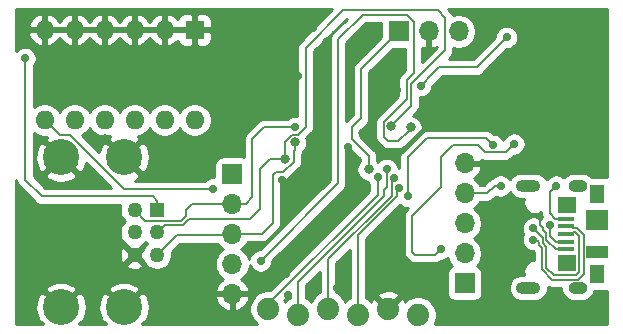
<source format=gbl>
%TF.GenerationSoftware,KiCad,Pcbnew,(5.1.9)-1*%
%TF.CreationDate,2021-07-30T14:52:09-07:00*%
%TF.ProjectId,NullWiiConv2.2,4e756c6c-5769-4694-936f-6e76322e322e,rev?*%
%TF.SameCoordinates,Original*%
%TF.FileFunction,Copper,L2,Bot*%
%TF.FilePolarity,Positive*%
%FSLAX46Y46*%
G04 Gerber Fmt 4.6, Leading zero omitted, Abs format (unit mm)*
G04 Created by KiCad (PCBNEW (5.1.9)-1) date 2021-07-30 14:52:09*
%MOMM*%
%LPD*%
G01*
G04 APERTURE LIST*
%TA.AperFunction,ComponentPad*%
%ADD10O,1.600000X1.000000*%
%TD*%
%TA.AperFunction,ComponentPad*%
%ADD11O,2.100000X1.000000*%
%TD*%
%TA.AperFunction,ComponentPad*%
%ADD12C,3.048000*%
%TD*%
%TA.AperFunction,ComponentPad*%
%ADD13C,1.270000*%
%TD*%
%TA.AperFunction,ComponentPad*%
%ADD14R,1.270000X1.270000*%
%TD*%
%TA.AperFunction,ComponentPad*%
%ADD15O,1.700000X1.700000*%
%TD*%
%TA.AperFunction,ComponentPad*%
%ADD16R,1.700000X1.700000*%
%TD*%
%TA.AperFunction,ComponentPad*%
%ADD17C,1.879600*%
%TD*%
%TA.AperFunction,ComponentPad*%
%ADD18O,1.600000X1.600000*%
%TD*%
%TA.AperFunction,ComponentPad*%
%ADD19R,1.600000X1.600000*%
%TD*%
%TA.AperFunction,SMDPad,CuDef*%
%ADD20R,1.380000X0.450000*%
%TD*%
%TA.AperFunction,SMDPad,CuDef*%
%ADD21R,1.550000X1.425000*%
%TD*%
%TA.AperFunction,SMDPad,CuDef*%
%ADD22R,1.300000X1.650000*%
%TD*%
%TA.AperFunction,SMDPad,CuDef*%
%ADD23R,1.900000X1.800000*%
%TD*%
%TA.AperFunction,SMDPad,CuDef*%
%ADD24R,1.900000X1.000000*%
%TD*%
%TA.AperFunction,ViaPad*%
%ADD25C,0.700000*%
%TD*%
%TA.AperFunction,ViaPad*%
%ADD26C,0.800000*%
%TD*%
%TA.AperFunction,Conductor*%
%ADD27C,0.203200*%
%TD*%
%TA.AperFunction,Conductor*%
%ADD28C,0.152400*%
%TD*%
%TA.AperFunction,Conductor*%
%ADD29C,0.381000*%
%TD*%
%TA.AperFunction,Conductor*%
%ADD30C,0.254000*%
%TD*%
%TA.AperFunction,Conductor*%
%ADD31C,0.100000*%
%TD*%
G04 APERTURE END LIST*
D10*
%TO.P,J1,S1*%
%TO.N,Net-(J1-PadS1)*%
X117796000Y-84199000D03*
X117796000Y-92839000D03*
D11*
X113616000Y-84199000D03*
X113616000Y-92839000D03*
%TD*%
D12*
%TO.P,P1,6*%
%TO.N,GND*%
X79375000Y-94488000D03*
X74041000Y-81788000D03*
X74041000Y-94488000D03*
X79375000Y-81788000D03*
D13*
X80264000Y-90043000D03*
%TO.P,P1,5*%
%TO.N,/SDA*%
X82169000Y-90043000D03*
%TO.P,P1,4*%
%TO.N,Net-(P1-Pad4)*%
X80264000Y-88138000D03*
%TO.P,P1,3*%
%TO.N,/CONT_DETECT*%
X82169000Y-88138000D03*
%TO.P,P1,2*%
%TO.N,/SCL*%
X80264000Y-86233000D03*
D14*
%TO.P,P1,1*%
%TO.N,+3V3*%
X82169000Y-86233000D03*
%TD*%
D15*
%TO.P,J4,5*%
%TO.N,GND*%
X108204000Y-82296000D03*
%TO.P,J4,4*%
%TO.N,/ID*%
X108204000Y-84836000D03*
%TO.P,J4,3*%
%TO.N,/D+*%
X108204000Y-87376000D03*
%TO.P,J4,2*%
%TO.N,/D-*%
X108204000Y-89916000D03*
D16*
%TO.P,J4,1*%
%TO.N,+5VA*%
X108204000Y-92456000D03*
%TD*%
D17*
%TO.P,J5,6*%
%TO.N,+5V*%
X104267000Y-95123000D03*
%TO.P,J5,5*%
%TO.N,GND*%
X101727000Y-94615000D03*
%TO.P,J5,4*%
%TO.N,/SCLK*%
X99187000Y-95123000D03*
%TO.P,J5,3*%
%TO.N,/MOSI*%
X96647000Y-94615000D03*
%TO.P,J5,2*%
%TO.N,/MISO*%
X94107000Y-95123000D03*
%TO.P,J5,1*%
%TO.N,/RESET*%
X91567000Y-94615000D03*
%TD*%
D18*
%TO.P,SW1,12*%
%TO.N,/DIP_SW1*%
X85344000Y-78613000D03*
%TO.P,SW1,6*%
%TO.N,GND*%
X72644000Y-70993000D03*
%TO.P,SW1,11*%
%TO.N,/DIP_SW2*%
X82804000Y-78613000D03*
%TO.P,SW1,5*%
%TO.N,GND*%
X75184000Y-70993000D03*
%TO.P,SW1,10*%
%TO.N,/DIP_SW3*%
X80264000Y-78613000D03*
%TO.P,SW1,4*%
%TO.N,GND*%
X77724000Y-70993000D03*
%TO.P,SW1,9*%
%TO.N,/DIP_SW4*%
X77724000Y-78613000D03*
%TO.P,SW1,3*%
%TO.N,GND*%
X80264000Y-70993000D03*
%TO.P,SW1,8*%
%TO.N,/DIP_SW5*%
X75184000Y-78613000D03*
%TO.P,SW1,2*%
%TO.N,GND*%
X82804000Y-70993000D03*
%TO.P,SW1,7*%
%TO.N,/DIP_SW6*%
X72644000Y-78613000D03*
D19*
%TO.P,SW1,1*%
%TO.N,GND*%
X85344000Y-70993000D03*
%TD*%
D15*
%TO.P,SW3,3*%
%TO.N,/S*%
X107696000Y-71120000D03*
%TO.P,SW3,2*%
%TO.N,GND*%
X105156000Y-71120000D03*
D16*
%TO.P,SW3,1*%
%TO.N,/X*%
X102616000Y-71120000D03*
%TD*%
D20*
%TO.P,J3,1*%
%TO.N,+5VA*%
X116777000Y-86965000D03*
%TO.P,J3,2*%
%TO.N,/D-*%
X116777000Y-87615000D03*
%TO.P,J3,3*%
%TO.N,/D+*%
X116777000Y-88265000D03*
%TO.P,J3,4*%
%TO.N,/ID*%
X116777000Y-88915000D03*
%TO.P,J3,5*%
%TO.N,GND*%
X116777000Y-89565000D03*
D21*
%TO.P,J3,6*%
%TO.N,Net-(J3-Pad6)*%
X116862000Y-85777500D03*
X116862000Y-90752500D03*
D22*
X119437000Y-84890000D03*
X119437000Y-91640000D03*
D23*
X119437000Y-87115000D03*
D24*
X119437000Y-89815000D03*
%TD*%
D15*
%TO.P,J2,5*%
%TO.N,GND*%
X88519000Y-93345000D03*
%TO.P,J2,4*%
%TO.N,+3V3*%
X88519000Y-90805000D03*
%TO.P,J2,3*%
%TO.N,/SDA*%
X88519000Y-88265000D03*
%TO.P,J2,2*%
%TO.N,/SCL*%
X88519000Y-85725000D03*
D16*
%TO.P,J2,1*%
%TO.N,/CONT_DETECT*%
X88519000Y-83185000D03*
%TD*%
D25*
%TO.N,+5V*%
X104494500Y-75718500D03*
X111760000Y-71628000D03*
%TO.N,GND*%
X96774000Y-86868000D03*
X92710000Y-83693000D03*
X95377000Y-92837000D03*
X93218000Y-93472000D03*
X101219000Y-91567000D03*
X110617000Y-92710000D03*
X118745000Y-94107000D03*
X118364000Y-80518000D03*
X116840000Y-76454000D03*
X113665000Y-71628000D03*
X118872000Y-71628000D03*
X110109000Y-71628000D03*
X110617000Y-76327000D03*
X107442000Y-75819000D03*
X102489000Y-76073000D03*
X75311000Y-75565000D03*
X82550000Y-83058000D03*
X101981000Y-87376000D03*
X104521000Y-92583000D03*
X93091000Y-91694000D03*
X73152000Y-88900000D03*
X77343000Y-86487000D03*
X82296000Y-93599000D03*
X84709000Y-76200000D03*
X98298000Y-80899000D03*
X110871000Y-79248000D03*
X118364000Y-82550000D03*
X94107000Y-74930000D03*
X95377000Y-70866000D03*
X100965000Y-71120000D03*
X97409000Y-92837000D03*
X100203000Y-91948000D03*
X109982000Y-86995000D03*
X109855000Y-82804000D03*
X105791000Y-79121000D03*
D26*
X83312000Y-91313000D03*
X82677000Y-94869000D03*
X88519000Y-95504000D03*
X71120000Y-93218000D03*
X77724000Y-80264000D03*
X116713000Y-71628000D03*
X99568000Y-79756000D03*
X93091000Y-70993000D03*
X96520000Y-72009000D03*
X100711000Y-74803000D03*
D25*
%TO.N,+3V3*%
X70993000Y-73406000D03*
%TO.N,/STATUS*%
X106172000Y-89535000D03*
X112395000Y-80645000D03*
%TO.N,+5VA*%
X115951000Y-84201000D03*
%TO.N,/D-*%
X114027800Y-88754800D03*
%TO.N,/D+*%
X114034000Y-87769000D03*
D26*
%TO.N,/SDA*%
X93853000Y-80518000D03*
D25*
%TO.N,/SCL*%
X93853000Y-79248000D03*
D26*
%TO.N,/CONT_DETECT*%
X92964000Y-81915000D03*
X101981000Y-79121000D03*
D25*
%TO.N,/ID*%
X111252000Y-84201000D03*
X115443000Y-87503000D03*
D26*
%TO.N,/X*%
X100076000Y-82804000D03*
D25*
%TO.N,/RESET*%
X100838000Y-83439000D03*
%TO.N,/MOSI*%
X102235000Y-83566000D03*
%TO.N,/SCLK*%
X102679500Y-84391500D03*
%TO.N,/MISO*%
X101600000Y-82804000D03*
%TO.N,/RX_LED*%
X103378000Y-85090000D03*
X110617000Y-80772000D03*
X103378000Y-85090000D03*
%TO.N,/DIP_SW6*%
X86868000Y-84455000D03*
%TO.N,Net-(JP1-Pad2)*%
X90932000Y-90551000D03*
D26*
X103632000Y-79248000D03*
%TD*%
D27*
%TO.N,+5V*%
X104494500Y-75718500D02*
X105537000Y-74676000D01*
X105537000Y-74676000D02*
X106045000Y-74168000D01*
X106045000Y-74168000D02*
X109220000Y-74168000D01*
X109220000Y-74168000D02*
X111760000Y-71628000D01*
D28*
%TO.N,GND*%
X110871000Y-86106000D02*
X109982000Y-86995000D01*
X115934600Y-89565000D02*
X115119209Y-88749609D01*
X116777000Y-89565000D02*
X115934600Y-89565000D01*
X114554000Y-87466778D02*
X114554000Y-87122000D01*
X114554000Y-87122000D02*
X114046000Y-86614000D01*
X112776000Y-86614000D02*
X112268000Y-86106000D01*
X114046000Y-86614000D02*
X112776000Y-86614000D01*
X112268000Y-86106000D02*
X110871000Y-86106000D01*
X114866799Y-87779577D02*
X114554000Y-87466778D01*
X114866799Y-87942799D02*
X114866799Y-87779577D01*
X115119209Y-88195209D02*
X114866799Y-87942799D01*
X115119209Y-88749609D02*
X115119209Y-88195209D01*
D29*
X105791000Y-79121000D02*
X105029000Y-79121000D01*
X105029000Y-79121000D02*
X102870000Y-81280000D01*
X101092000Y-81280000D02*
X99568000Y-79756000D01*
X102870000Y-81280000D02*
X101092000Y-81280000D01*
D27*
%TO.N,+3V3*%
X70993000Y-73406000D02*
X70993000Y-83693000D01*
X70993000Y-83693000D02*
X72390000Y-85090000D01*
X72390000Y-85090000D02*
X81788000Y-85090000D01*
X82169000Y-85471000D02*
X82169000Y-86233000D01*
X81788000Y-85090000D02*
X82169000Y-85471000D01*
D28*
%TO.N,/STATUS*%
X105664000Y-90043000D02*
X106172000Y-89535000D01*
X104013000Y-90043000D02*
X105664000Y-90043000D01*
X103759000Y-86741000D02*
X103759000Y-89789000D01*
X106172000Y-84328000D02*
X103759000Y-86741000D01*
X106172000Y-81788000D02*
X106172000Y-84328000D01*
X107188000Y-80772000D02*
X106172000Y-81788000D01*
X103759000Y-89789000D02*
X104013000Y-90043000D01*
X109347000Y-80772000D02*
X107188000Y-80772000D01*
X109923201Y-81348201D02*
X109347000Y-80772000D01*
X111691799Y-81348201D02*
X109923201Y-81348201D01*
X112395000Y-80645000D02*
X111691799Y-81348201D01*
D27*
%TO.N,+5VA*%
X115883800Y-86965000D02*
X115443000Y-86524200D01*
X116777000Y-86965000D02*
X115883800Y-86965000D01*
X115443000Y-84709000D02*
X115951000Y-84201000D01*
X115443000Y-86524200D02*
X115443000Y-84709000D01*
D28*
%TO.N,/D-*%
X118286200Y-89150038D02*
X118283799Y-89152439D01*
X116777000Y-87615000D02*
X117242000Y-87615000D01*
X117242000Y-87615000D02*
X117390800Y-87763800D01*
X118286200Y-88319014D02*
X118286200Y-89150038D01*
X117390800Y-87763800D02*
X117730986Y-87763800D01*
X117730986Y-87763800D02*
X118286200Y-88319014D01*
X118283799Y-89152439D02*
X118283799Y-90477561D01*
X118283799Y-90477561D02*
X118286200Y-90479962D01*
X118286200Y-90479962D02*
X118286200Y-91639986D01*
X118286200Y-91639986D02*
X117801986Y-92124200D01*
X117801986Y-92124200D02*
X115624014Y-92124200D01*
X115624014Y-92124200D02*
X114758800Y-91258986D01*
X114758800Y-91258986D02*
X114758800Y-89479894D01*
X114758800Y-89479894D02*
X114487408Y-89208502D01*
X114027800Y-88754800D02*
X114281800Y-88754800D01*
X114281800Y-88754800D02*
X114487408Y-88960408D01*
X114487408Y-89208502D02*
X114487408Y-88960408D01*
%TO.N,/D+*%
X117933800Y-91494014D02*
X117656014Y-91771800D01*
X117933800Y-89004082D02*
X117931408Y-89006474D01*
X117931409Y-90623527D02*
X117933800Y-90625918D01*
X117390800Y-88116200D02*
X117585014Y-88116200D01*
X117585014Y-88116200D02*
X117933800Y-88464986D01*
X117933800Y-90625918D02*
X117933800Y-91494014D01*
X117242000Y-88265000D02*
X117390800Y-88116200D01*
X116777000Y-88265000D02*
X117242000Y-88265000D01*
X117931408Y-89006474D02*
X117931409Y-90623527D01*
X117933800Y-88464986D02*
X117933800Y-89004082D01*
X117656014Y-91771800D02*
X115769986Y-91771800D01*
X115769986Y-91771800D02*
X115111200Y-91113014D01*
X114770616Y-88505616D02*
X114034000Y-87769000D01*
X114839799Y-88574799D02*
X114770616Y-88505616D01*
X114839799Y-89062537D02*
X114839799Y-88574799D01*
X115111200Y-89333938D02*
X114839799Y-89062537D01*
X115111200Y-91113014D02*
X115111200Y-89333938D01*
%TO.N,/SDA*%
X82169000Y-90043000D02*
X83820000Y-88392000D01*
X88773000Y-88392000D02*
X88900000Y-88265000D01*
X83820000Y-88392000D02*
X88773000Y-88392000D01*
X93853000Y-81153000D02*
X93853000Y-80518000D01*
X93726000Y-82169000D02*
X93726000Y-81280000D01*
X92837000Y-83058000D02*
X93726000Y-82169000D01*
X92202000Y-83058000D02*
X92837000Y-83058000D01*
X93726000Y-81280000D02*
X93853000Y-81153000D01*
X91948000Y-83312000D02*
X92202000Y-83058000D01*
X91948000Y-87376000D02*
X91948000Y-83312000D01*
X91059000Y-88265000D02*
X91948000Y-87376000D01*
X88519000Y-88265000D02*
X91059000Y-88265000D01*
%TO.N,/SCL*%
X81175201Y-87144201D02*
X84178799Y-87144201D01*
X80264000Y-86233000D02*
X81175201Y-87144201D01*
X84178799Y-87144201D02*
X84582000Y-86741000D01*
X84582000Y-86741000D02*
X84582000Y-86233000D01*
X85090000Y-85725000D02*
X88900000Y-85725000D01*
X84582000Y-86233000D02*
X85090000Y-85725000D01*
X91186000Y-79248000D02*
X93853000Y-79248000D01*
X90233500Y-80200500D02*
X91186000Y-79248000D01*
X90233500Y-85153500D02*
X90233500Y-80200500D01*
X89662000Y-85725000D02*
X90233500Y-85153500D01*
X88519000Y-85725000D02*
X89662000Y-85725000D01*
%TO.N,/CONT_DETECT*%
X91694000Y-81915000D02*
X92964000Y-81915000D01*
X90883590Y-82725410D02*
X91694000Y-81915000D01*
X90883590Y-86154410D02*
X90883590Y-82725410D01*
X90043000Y-86995000D02*
X90883590Y-86154410D01*
X84836000Y-86995000D02*
X90043000Y-86995000D01*
X84327999Y-87503001D02*
X84836000Y-86995000D01*
X82803999Y-87503001D02*
X84327999Y-87503001D01*
X82169000Y-88138000D02*
X82803999Y-87503001D01*
X92964000Y-80480222D02*
X92964000Y-81915000D01*
X93561222Y-79883000D02*
X92964000Y-80480222D01*
X94070778Y-79883000D02*
X93561222Y-79883000D01*
X94742000Y-79211778D02*
X94070778Y-79883000D01*
X94742000Y-72517000D02*
X94742000Y-79211778D01*
X97917000Y-69342000D02*
X94742000Y-72517000D01*
X103692201Y-75594021D02*
X106553000Y-72733222D01*
X103692201Y-77409799D02*
X103692201Y-75594021D01*
X101981000Y-79121000D02*
X103692201Y-77409799D01*
X103124000Y-69342000D02*
X97917000Y-69342000D01*
X103378000Y-69342000D02*
X103124000Y-69342000D01*
X105918000Y-69342000D02*
X106553000Y-69977000D01*
X106553000Y-72733222D02*
X106553000Y-69977000D01*
X105918000Y-69342000D02*
X103124000Y-69342000D01*
%TO.N,/ID*%
X111252000Y-84201000D02*
X110744000Y-84201000D01*
X110109000Y-84836000D02*
X108204000Y-84836000D01*
X110744000Y-84201000D02*
X110109000Y-84836000D01*
X115934600Y-88915000D02*
X116777000Y-88915000D01*
X115443000Y-88423400D02*
X115934600Y-88915000D01*
X115443000Y-87503000D02*
X115443000Y-88423400D01*
%TO.N,/X*%
X99441000Y-78486000D02*
X99441000Y-74295000D01*
X98679000Y-79248000D02*
X99441000Y-78486000D01*
X98679000Y-80264000D02*
X98679000Y-79248000D01*
X100076000Y-81661000D02*
X98679000Y-80264000D01*
X99441000Y-74295000D02*
X102616000Y-71120000D01*
X100076000Y-82804000D02*
X100076000Y-81661000D01*
%TO.N,/RESET*%
X100838000Y-83439000D02*
X100838000Y-83439000D01*
X100838000Y-84963000D02*
X100838000Y-83439000D01*
X91567000Y-94234000D02*
X100838000Y-84963000D01*
X91567000Y-94615000D02*
X91567000Y-94234000D01*
%TO.N,/MOSI*%
X96647000Y-90424000D02*
X96647000Y-94615000D01*
X102029409Y-85041591D02*
X96647000Y-90424000D01*
X102029409Y-83771591D02*
X102029409Y-85041591D01*
X102235000Y-83566000D02*
X102029409Y-83771591D01*
%TO.N,/SCLK*%
X99187000Y-95123000D02*
X99187000Y-88392000D01*
X99187000Y-88392000D02*
X102489000Y-85090000D01*
X102489000Y-85090000D02*
X102489000Y-84582000D01*
X102489000Y-84582000D02*
X102679500Y-84391500D01*
X102679500Y-84391500D02*
X102743000Y-84328000D01*
%TO.N,/MISO*%
X94107000Y-92329000D02*
X94107000Y-95123000D01*
X101409500Y-85026500D02*
X94107000Y-92329000D01*
X101409500Y-84518500D02*
X101409500Y-85026500D01*
X101600000Y-84328000D02*
X101409500Y-84518500D01*
X101600000Y-82804000D02*
X101600000Y-84328000D01*
%TO.N,/RX_LED*%
X110617000Y-80899000D02*
X110617000Y-80772000D01*
X103378000Y-81788000D02*
X103378000Y-85090000D01*
X105029000Y-80137000D02*
X103378000Y-81788000D01*
X109982000Y-80137000D02*
X105029000Y-80137000D01*
X110617000Y-80772000D02*
X109982000Y-80137000D01*
%TO.N,/DIP_SW6*%
X79377702Y-84455000D02*
X74805702Y-79883000D01*
X86868000Y-84455000D02*
X79377702Y-84455000D01*
X73914000Y-79883000D02*
X72644000Y-78613000D01*
X74805702Y-79883000D02*
X73914000Y-79883000D01*
%TO.N,Net-(JP1-Pad2)*%
X103459799Y-79547201D02*
X103459799Y-79420201D01*
X90932000Y-90551000D02*
X97490799Y-83992201D01*
X97490799Y-71800201D02*
X99568000Y-69723000D01*
X103886000Y-74676000D02*
X103296201Y-75265799D01*
X99568000Y-69723000D02*
X103326162Y-69723000D01*
X97490799Y-83992201D02*
X97490799Y-71800201D01*
X102607201Y-80399799D02*
X103459799Y-79547201D01*
X103326162Y-69723000D02*
X103886000Y-70282838D01*
X101354799Y-80036397D02*
X101718201Y-80399799D01*
X103459799Y-79420201D02*
X103632000Y-79248000D01*
X103886000Y-70282838D02*
X103886000Y-74676000D01*
X103296201Y-75265799D02*
X103296201Y-76879021D01*
X103296201Y-76879021D02*
X101354799Y-78820423D01*
X101354799Y-78820423D02*
X101354799Y-80036397D01*
X101718201Y-80399799D02*
X102607201Y-80399799D01*
%TD*%
D30*
%TO.N,GND*%
X99364801Y-81955589D02*
X99364801Y-82051488D01*
X99272063Y-82144226D01*
X99158795Y-82313744D01*
X99080774Y-82502102D01*
X99041000Y-82702061D01*
X99041000Y-82905939D01*
X99080774Y-83105898D01*
X99158795Y-83294256D01*
X99272063Y-83463774D01*
X99416226Y-83607937D01*
X99585744Y-83721205D01*
X99774102Y-83799226D01*
X99934249Y-83831081D01*
X99965104Y-83905572D01*
X100072901Y-84066901D01*
X100126801Y-84120801D01*
X100126800Y-84668412D01*
X91749553Y-93045660D01*
X91722104Y-93040200D01*
X91411896Y-93040200D01*
X91107648Y-93100718D01*
X90821052Y-93219430D01*
X90563123Y-93391773D01*
X90343773Y-93611123D01*
X90171430Y-93869052D01*
X90052718Y-94155648D01*
X89992200Y-94459896D01*
X89992200Y-94770104D01*
X90052718Y-95074352D01*
X90171430Y-95360948D01*
X90343773Y-95618877D01*
X90563123Y-95838227D01*
X90595709Y-95860000D01*
X80926608Y-95860000D01*
X80883742Y-95817134D01*
X81201758Y-95658236D01*
X81394959Y-95279368D01*
X81510534Y-94870087D01*
X81544042Y-94446124D01*
X81494194Y-94023770D01*
X81389728Y-93701890D01*
X87077524Y-93701890D01*
X87122175Y-93849099D01*
X87247359Y-94111920D01*
X87421412Y-94345269D01*
X87637645Y-94540178D01*
X87887748Y-94689157D01*
X88162109Y-94786481D01*
X88392000Y-94665814D01*
X88392000Y-93472000D01*
X88646000Y-93472000D01*
X88646000Y-94665814D01*
X88875891Y-94786481D01*
X89150252Y-94689157D01*
X89400355Y-94540178D01*
X89616588Y-94345269D01*
X89790641Y-94111920D01*
X89915825Y-93849099D01*
X89960476Y-93701890D01*
X89839155Y-93472000D01*
X88646000Y-93472000D01*
X88392000Y-93472000D01*
X87198845Y-93472000D01*
X87077524Y-93701890D01*
X81389728Y-93701890D01*
X81362908Y-93619256D01*
X81201758Y-93317764D01*
X80883740Y-93158865D01*
X79554605Y-94488000D01*
X79568748Y-94502143D01*
X79389143Y-94681748D01*
X79375000Y-94667605D01*
X79360858Y-94681748D01*
X79181253Y-94502143D01*
X79195395Y-94488000D01*
X77866260Y-93158865D01*
X77548242Y-93317764D01*
X77355041Y-93696632D01*
X77239466Y-94105913D01*
X77205958Y-94529876D01*
X77255806Y-94952230D01*
X77387092Y-95356744D01*
X77548242Y-95658236D01*
X77866258Y-95817134D01*
X77823392Y-95860000D01*
X75592608Y-95860000D01*
X75549742Y-95817134D01*
X75867758Y-95658236D01*
X76060959Y-95279368D01*
X76176534Y-94870087D01*
X76210042Y-94446124D01*
X76160194Y-94023770D01*
X76028908Y-93619256D01*
X75867758Y-93317764D01*
X75549740Y-93158865D01*
X74220605Y-94488000D01*
X74234748Y-94502143D01*
X74055143Y-94681748D01*
X74041000Y-94667605D01*
X74026858Y-94681748D01*
X73847253Y-94502143D01*
X73861395Y-94488000D01*
X72532260Y-93158865D01*
X72214242Y-93317764D01*
X72021041Y-93696632D01*
X71905466Y-94105913D01*
X71871958Y-94529876D01*
X71921806Y-94952230D01*
X72053092Y-95356744D01*
X72214242Y-95658236D01*
X72532258Y-95817134D01*
X72489392Y-95860000D01*
X70256000Y-95860000D01*
X70256000Y-92979260D01*
X72711865Y-92979260D01*
X74041000Y-94308395D01*
X75370135Y-92979260D01*
X78045865Y-92979260D01*
X79375000Y-94308395D01*
X80704135Y-92979260D01*
X80545236Y-92661242D01*
X80166368Y-92468041D01*
X79757087Y-92352466D01*
X79333124Y-92318958D01*
X78910770Y-92368806D01*
X78506256Y-92500092D01*
X78204764Y-92661242D01*
X78045865Y-92979260D01*
X75370135Y-92979260D01*
X75211236Y-92661242D01*
X74832368Y-92468041D01*
X74423087Y-92352466D01*
X73999124Y-92318958D01*
X73576770Y-92368806D01*
X73172256Y-92500092D01*
X72870764Y-92661242D01*
X72711865Y-92979260D01*
X70256000Y-92979260D01*
X70256000Y-90917800D01*
X79568805Y-90917800D01*
X79620369Y-91144946D01*
X79847716Y-91249339D01*
X80091059Y-91307373D01*
X80341049Y-91316818D01*
X80588078Y-91277310D01*
X80822653Y-91190369D01*
X80907631Y-91144946D01*
X80959195Y-90917800D01*
X80264000Y-90222605D01*
X79568805Y-90917800D01*
X70256000Y-90917800D01*
X70256000Y-90120049D01*
X78990182Y-90120049D01*
X79029690Y-90367078D01*
X79116631Y-90601653D01*
X79162054Y-90686631D01*
X79389200Y-90738195D01*
X80084395Y-90043000D01*
X79389200Y-89347805D01*
X79162054Y-89399369D01*
X79057661Y-89626716D01*
X78999627Y-89870059D01*
X78990182Y-90120049D01*
X70256000Y-90120049D01*
X70256000Y-83725122D01*
X70263766Y-83803967D01*
X70267059Y-83837399D01*
X70271887Y-83853314D01*
X70305170Y-83963032D01*
X70309179Y-83976249D01*
X70315352Y-83987798D01*
X70377576Y-84104212D01*
X70441020Y-84181518D01*
X70469626Y-84216375D01*
X70497732Y-84239441D01*
X71843554Y-85585263D01*
X71866625Y-85613375D01*
X71978787Y-85705424D01*
X72106751Y-85773822D01*
X72245601Y-85815942D01*
X72353814Y-85826600D01*
X72353823Y-85826600D01*
X72389999Y-85830163D01*
X72426175Y-85826600D01*
X79057698Y-85826600D01*
X79042805Y-85862555D01*
X78994000Y-86107916D01*
X78994000Y-86358084D01*
X79042805Y-86603445D01*
X79138541Y-86834571D01*
X79277527Y-87042578D01*
X79420449Y-87185500D01*
X79277527Y-87328422D01*
X79138541Y-87536429D01*
X79042805Y-87767555D01*
X78994000Y-88012916D01*
X78994000Y-88263084D01*
X79042805Y-88508445D01*
X79138541Y-88739571D01*
X79277527Y-88947578D01*
X79454422Y-89124473D01*
X79662429Y-89263459D01*
X79665220Y-89264615D01*
X80264000Y-89863395D01*
X80862780Y-89264615D01*
X80865571Y-89263459D01*
X81073578Y-89124473D01*
X81216500Y-88981551D01*
X81325449Y-89090500D01*
X81182527Y-89233422D01*
X81043541Y-89441429D01*
X81042385Y-89444220D01*
X80443605Y-90043000D01*
X81042385Y-90641780D01*
X81043541Y-90644571D01*
X81182527Y-90852578D01*
X81359422Y-91029473D01*
X81567429Y-91168459D01*
X81798555Y-91264195D01*
X82043916Y-91313000D01*
X82294084Y-91313000D01*
X82539445Y-91264195D01*
X82770571Y-91168459D01*
X82978578Y-91029473D01*
X83155473Y-90852578D01*
X83294459Y-90644571D01*
X83390195Y-90413445D01*
X83439000Y-90168084D01*
X83439000Y-89917916D01*
X83415917Y-89801871D01*
X84114589Y-89103200D01*
X87293073Y-89103200D01*
X87365525Y-89211632D01*
X87572368Y-89418475D01*
X87746760Y-89535000D01*
X87572368Y-89651525D01*
X87365525Y-89858368D01*
X87203010Y-90101589D01*
X87091068Y-90371842D01*
X87034000Y-90658740D01*
X87034000Y-90951260D01*
X87091068Y-91238158D01*
X87203010Y-91508411D01*
X87365525Y-91751632D01*
X87572368Y-91958475D01*
X87754534Y-92080195D01*
X87637645Y-92149822D01*
X87421412Y-92344731D01*
X87247359Y-92578080D01*
X87122175Y-92840901D01*
X87077524Y-92988110D01*
X87198845Y-93218000D01*
X88392000Y-93218000D01*
X88392000Y-93198000D01*
X88646000Y-93198000D01*
X88646000Y-93218000D01*
X89839155Y-93218000D01*
X89960476Y-92988110D01*
X89915825Y-92840901D01*
X89790641Y-92578080D01*
X89616588Y-92344731D01*
X89400355Y-92149822D01*
X89283466Y-92080195D01*
X89465632Y-91958475D01*
X89672475Y-91751632D01*
X89834990Y-91508411D01*
X89946932Y-91238158D01*
X90004000Y-90951260D01*
X90004000Y-90884539D01*
X90059104Y-91017572D01*
X90166901Y-91178901D01*
X90304099Y-91316099D01*
X90465428Y-91423896D01*
X90644686Y-91498147D01*
X90834986Y-91536000D01*
X91029014Y-91536000D01*
X91219314Y-91498147D01*
X91398572Y-91423896D01*
X91559901Y-91316099D01*
X91697099Y-91178901D01*
X91804896Y-91017572D01*
X91879147Y-90838314D01*
X91917000Y-90648014D01*
X91917000Y-90571787D01*
X97969000Y-84519789D01*
X97996125Y-84497528D01*
X98018387Y-84470402D01*
X98018396Y-84470393D01*
X98083141Y-84391500D01*
X98085001Y-84389234D01*
X98151041Y-84265682D01*
X98191708Y-84131621D01*
X98201999Y-84027137D01*
X98201999Y-84027120D01*
X98205438Y-83992202D01*
X98201999Y-83957284D01*
X98201999Y-80792786D01*
X99364801Y-81955589D01*
%TA.AperFunction,Conductor*%
D31*
G36*
X99364801Y-81955589D02*
G01*
X99364801Y-82051488D01*
X99272063Y-82144226D01*
X99158795Y-82313744D01*
X99080774Y-82502102D01*
X99041000Y-82702061D01*
X99041000Y-82905939D01*
X99080774Y-83105898D01*
X99158795Y-83294256D01*
X99272063Y-83463774D01*
X99416226Y-83607937D01*
X99585744Y-83721205D01*
X99774102Y-83799226D01*
X99934249Y-83831081D01*
X99965104Y-83905572D01*
X100072901Y-84066901D01*
X100126801Y-84120801D01*
X100126800Y-84668412D01*
X91749553Y-93045660D01*
X91722104Y-93040200D01*
X91411896Y-93040200D01*
X91107648Y-93100718D01*
X90821052Y-93219430D01*
X90563123Y-93391773D01*
X90343773Y-93611123D01*
X90171430Y-93869052D01*
X90052718Y-94155648D01*
X89992200Y-94459896D01*
X89992200Y-94770104D01*
X90052718Y-95074352D01*
X90171430Y-95360948D01*
X90343773Y-95618877D01*
X90563123Y-95838227D01*
X90595709Y-95860000D01*
X80926608Y-95860000D01*
X80883742Y-95817134D01*
X81201758Y-95658236D01*
X81394959Y-95279368D01*
X81510534Y-94870087D01*
X81544042Y-94446124D01*
X81494194Y-94023770D01*
X81389728Y-93701890D01*
X87077524Y-93701890D01*
X87122175Y-93849099D01*
X87247359Y-94111920D01*
X87421412Y-94345269D01*
X87637645Y-94540178D01*
X87887748Y-94689157D01*
X88162109Y-94786481D01*
X88392000Y-94665814D01*
X88392000Y-93472000D01*
X88646000Y-93472000D01*
X88646000Y-94665814D01*
X88875891Y-94786481D01*
X89150252Y-94689157D01*
X89400355Y-94540178D01*
X89616588Y-94345269D01*
X89790641Y-94111920D01*
X89915825Y-93849099D01*
X89960476Y-93701890D01*
X89839155Y-93472000D01*
X88646000Y-93472000D01*
X88392000Y-93472000D01*
X87198845Y-93472000D01*
X87077524Y-93701890D01*
X81389728Y-93701890D01*
X81362908Y-93619256D01*
X81201758Y-93317764D01*
X80883740Y-93158865D01*
X79554605Y-94488000D01*
X79568748Y-94502143D01*
X79389143Y-94681748D01*
X79375000Y-94667605D01*
X79360858Y-94681748D01*
X79181253Y-94502143D01*
X79195395Y-94488000D01*
X77866260Y-93158865D01*
X77548242Y-93317764D01*
X77355041Y-93696632D01*
X77239466Y-94105913D01*
X77205958Y-94529876D01*
X77255806Y-94952230D01*
X77387092Y-95356744D01*
X77548242Y-95658236D01*
X77866258Y-95817134D01*
X77823392Y-95860000D01*
X75592608Y-95860000D01*
X75549742Y-95817134D01*
X75867758Y-95658236D01*
X76060959Y-95279368D01*
X76176534Y-94870087D01*
X76210042Y-94446124D01*
X76160194Y-94023770D01*
X76028908Y-93619256D01*
X75867758Y-93317764D01*
X75549740Y-93158865D01*
X74220605Y-94488000D01*
X74234748Y-94502143D01*
X74055143Y-94681748D01*
X74041000Y-94667605D01*
X74026858Y-94681748D01*
X73847253Y-94502143D01*
X73861395Y-94488000D01*
X72532260Y-93158865D01*
X72214242Y-93317764D01*
X72021041Y-93696632D01*
X71905466Y-94105913D01*
X71871958Y-94529876D01*
X71921806Y-94952230D01*
X72053092Y-95356744D01*
X72214242Y-95658236D01*
X72532258Y-95817134D01*
X72489392Y-95860000D01*
X70256000Y-95860000D01*
X70256000Y-92979260D01*
X72711865Y-92979260D01*
X74041000Y-94308395D01*
X75370135Y-92979260D01*
X78045865Y-92979260D01*
X79375000Y-94308395D01*
X80704135Y-92979260D01*
X80545236Y-92661242D01*
X80166368Y-92468041D01*
X79757087Y-92352466D01*
X79333124Y-92318958D01*
X78910770Y-92368806D01*
X78506256Y-92500092D01*
X78204764Y-92661242D01*
X78045865Y-92979260D01*
X75370135Y-92979260D01*
X75211236Y-92661242D01*
X74832368Y-92468041D01*
X74423087Y-92352466D01*
X73999124Y-92318958D01*
X73576770Y-92368806D01*
X73172256Y-92500092D01*
X72870764Y-92661242D01*
X72711865Y-92979260D01*
X70256000Y-92979260D01*
X70256000Y-90917800D01*
X79568805Y-90917800D01*
X79620369Y-91144946D01*
X79847716Y-91249339D01*
X80091059Y-91307373D01*
X80341049Y-91316818D01*
X80588078Y-91277310D01*
X80822653Y-91190369D01*
X80907631Y-91144946D01*
X80959195Y-90917800D01*
X80264000Y-90222605D01*
X79568805Y-90917800D01*
X70256000Y-90917800D01*
X70256000Y-90120049D01*
X78990182Y-90120049D01*
X79029690Y-90367078D01*
X79116631Y-90601653D01*
X79162054Y-90686631D01*
X79389200Y-90738195D01*
X80084395Y-90043000D01*
X79389200Y-89347805D01*
X79162054Y-89399369D01*
X79057661Y-89626716D01*
X78999627Y-89870059D01*
X78990182Y-90120049D01*
X70256000Y-90120049D01*
X70256000Y-83725122D01*
X70263766Y-83803967D01*
X70267059Y-83837399D01*
X70271887Y-83853314D01*
X70305170Y-83963032D01*
X70309179Y-83976249D01*
X70315352Y-83987798D01*
X70377576Y-84104212D01*
X70441020Y-84181518D01*
X70469626Y-84216375D01*
X70497732Y-84239441D01*
X71843554Y-85585263D01*
X71866625Y-85613375D01*
X71978787Y-85705424D01*
X72106751Y-85773822D01*
X72245601Y-85815942D01*
X72353814Y-85826600D01*
X72353823Y-85826600D01*
X72389999Y-85830163D01*
X72426175Y-85826600D01*
X79057698Y-85826600D01*
X79042805Y-85862555D01*
X78994000Y-86107916D01*
X78994000Y-86358084D01*
X79042805Y-86603445D01*
X79138541Y-86834571D01*
X79277527Y-87042578D01*
X79420449Y-87185500D01*
X79277527Y-87328422D01*
X79138541Y-87536429D01*
X79042805Y-87767555D01*
X78994000Y-88012916D01*
X78994000Y-88263084D01*
X79042805Y-88508445D01*
X79138541Y-88739571D01*
X79277527Y-88947578D01*
X79454422Y-89124473D01*
X79662429Y-89263459D01*
X79665220Y-89264615D01*
X80264000Y-89863395D01*
X80862780Y-89264615D01*
X80865571Y-89263459D01*
X81073578Y-89124473D01*
X81216500Y-88981551D01*
X81325449Y-89090500D01*
X81182527Y-89233422D01*
X81043541Y-89441429D01*
X81042385Y-89444220D01*
X80443605Y-90043000D01*
X81042385Y-90641780D01*
X81043541Y-90644571D01*
X81182527Y-90852578D01*
X81359422Y-91029473D01*
X81567429Y-91168459D01*
X81798555Y-91264195D01*
X82043916Y-91313000D01*
X82294084Y-91313000D01*
X82539445Y-91264195D01*
X82770571Y-91168459D01*
X82978578Y-91029473D01*
X83155473Y-90852578D01*
X83294459Y-90644571D01*
X83390195Y-90413445D01*
X83439000Y-90168084D01*
X83439000Y-89917916D01*
X83415917Y-89801871D01*
X84114589Y-89103200D01*
X87293073Y-89103200D01*
X87365525Y-89211632D01*
X87572368Y-89418475D01*
X87746760Y-89535000D01*
X87572368Y-89651525D01*
X87365525Y-89858368D01*
X87203010Y-90101589D01*
X87091068Y-90371842D01*
X87034000Y-90658740D01*
X87034000Y-90951260D01*
X87091068Y-91238158D01*
X87203010Y-91508411D01*
X87365525Y-91751632D01*
X87572368Y-91958475D01*
X87754534Y-92080195D01*
X87637645Y-92149822D01*
X87421412Y-92344731D01*
X87247359Y-92578080D01*
X87122175Y-92840901D01*
X87077524Y-92988110D01*
X87198845Y-93218000D01*
X88392000Y-93218000D01*
X88392000Y-93198000D01*
X88646000Y-93198000D01*
X88646000Y-93218000D01*
X89839155Y-93218000D01*
X89960476Y-92988110D01*
X89915825Y-92840901D01*
X89790641Y-92578080D01*
X89616588Y-92344731D01*
X89400355Y-92149822D01*
X89283466Y-92080195D01*
X89465632Y-91958475D01*
X89672475Y-91751632D01*
X89834990Y-91508411D01*
X89946932Y-91238158D01*
X90004000Y-90951260D01*
X90004000Y-90884539D01*
X90059104Y-91017572D01*
X90166901Y-91178901D01*
X90304099Y-91316099D01*
X90465428Y-91423896D01*
X90644686Y-91498147D01*
X90834986Y-91536000D01*
X91029014Y-91536000D01*
X91219314Y-91498147D01*
X91398572Y-91423896D01*
X91559901Y-91316099D01*
X91697099Y-91178901D01*
X91804896Y-91017572D01*
X91879147Y-90838314D01*
X91917000Y-90648014D01*
X91917000Y-90571787D01*
X97969000Y-84519789D01*
X97996125Y-84497528D01*
X98018387Y-84470402D01*
X98018396Y-84470393D01*
X98083141Y-84391500D01*
X98085001Y-84389234D01*
X98151041Y-84265682D01*
X98191708Y-84131621D01*
X98201999Y-84027137D01*
X98201999Y-84027120D01*
X98205438Y-83992202D01*
X98201999Y-83957284D01*
X98201999Y-80792786D01*
X99364801Y-81955589D01*
G37*
%TD.AperFunction*%
D30*
X112117716Y-84832623D02*
X112259551Y-85005449D01*
X112432377Y-85147284D01*
X112629553Y-85252676D01*
X112843501Y-85317577D01*
X113010248Y-85334000D01*
X113229096Y-85334000D01*
X113222892Y-85348978D01*
X113186000Y-85534448D01*
X113186000Y-85723552D01*
X113222892Y-85909022D01*
X113295259Y-86083731D01*
X113400319Y-86240964D01*
X113534036Y-86374681D01*
X113691269Y-86479741D01*
X113865978Y-86552108D01*
X114051448Y-86589000D01*
X114240552Y-86589000D01*
X114426022Y-86552108D01*
X114600731Y-86479741D01*
X114706400Y-86409135D01*
X114706400Y-86488016D01*
X114702836Y-86524200D01*
X114706400Y-86560383D01*
X114706400Y-86560385D01*
X114717058Y-86668598D01*
X114756007Y-86796993D01*
X114677901Y-86875099D01*
X114613464Y-86971536D01*
X114500572Y-86896104D01*
X114321314Y-86821853D01*
X114131014Y-86784000D01*
X113936986Y-86784000D01*
X113746686Y-86821853D01*
X113567428Y-86896104D01*
X113406099Y-87003901D01*
X113268901Y-87141099D01*
X113161104Y-87302428D01*
X113086853Y-87481686D01*
X113049000Y-87671986D01*
X113049000Y-87866014D01*
X113086853Y-88056314D01*
X113161104Y-88235572D01*
X113175596Y-88257261D01*
X113154904Y-88288228D01*
X113080653Y-88467486D01*
X113042800Y-88657786D01*
X113042800Y-88851814D01*
X113080653Y-89042114D01*
X113154904Y-89221372D01*
X113262701Y-89382701D01*
X113399899Y-89519899D01*
X113561228Y-89627696D01*
X113740486Y-89701947D01*
X113930786Y-89739800D01*
X114012919Y-89739800D01*
X114047601Y-89774482D01*
X114047600Y-90449765D01*
X113865978Y-90485892D01*
X113691269Y-90558259D01*
X113534036Y-90663319D01*
X113400319Y-90797036D01*
X113295259Y-90954269D01*
X113222892Y-91128978D01*
X113186000Y-91314448D01*
X113186000Y-91503552D01*
X113222892Y-91689022D01*
X113229096Y-91704000D01*
X113010248Y-91704000D01*
X112843501Y-91720423D01*
X112629553Y-91785324D01*
X112432377Y-91890716D01*
X112259551Y-92032551D01*
X112117716Y-92205377D01*
X112012324Y-92402553D01*
X111947423Y-92616501D01*
X111925509Y-92839000D01*
X111947423Y-93061499D01*
X112012324Y-93275447D01*
X112117716Y-93472623D01*
X112259551Y-93645449D01*
X112432377Y-93787284D01*
X112629553Y-93892676D01*
X112843501Y-93957577D01*
X113010248Y-93974000D01*
X114221752Y-93974000D01*
X114388499Y-93957577D01*
X114602447Y-93892676D01*
X114799623Y-93787284D01*
X114972449Y-93645449D01*
X115114284Y-93472623D01*
X115219676Y-93275447D01*
X115284577Y-93061499D01*
X115306491Y-92839000D01*
X115298372Y-92756561D01*
X115350533Y-92784442D01*
X115484594Y-92825109D01*
X115589078Y-92835400D01*
X115589087Y-92835400D01*
X115624013Y-92838840D01*
X115658939Y-92835400D01*
X116355864Y-92835400D01*
X116355509Y-92839000D01*
X116377423Y-93061499D01*
X116442324Y-93275447D01*
X116547716Y-93472623D01*
X116689551Y-93645449D01*
X116862377Y-93787284D01*
X117059553Y-93892676D01*
X117273501Y-93957577D01*
X117440248Y-93974000D01*
X118151752Y-93974000D01*
X118318499Y-93957577D01*
X118532447Y-93892676D01*
X118729623Y-93787284D01*
X118902449Y-93645449D01*
X119044284Y-93472623D01*
X119149676Y-93275447D01*
X119201966Y-93103072D01*
X120087000Y-93103072D01*
X120211482Y-93090812D01*
X120244000Y-93080948D01*
X120244000Y-95860000D01*
X105666276Y-95860000D01*
X105781282Y-95582352D01*
X105841800Y-95278104D01*
X105841800Y-94967896D01*
X105781282Y-94663648D01*
X105662570Y-94377052D01*
X105490227Y-94119123D01*
X105270877Y-93899773D01*
X105012948Y-93727430D01*
X104726352Y-93608718D01*
X104422104Y-93548200D01*
X104111896Y-93548200D01*
X103807648Y-93608718D01*
X103521052Y-93727430D01*
X103263123Y-93899773D01*
X103175825Y-93987071D01*
X103162865Y-93949914D01*
X103077723Y-93790623D01*
X102819476Y-93702129D01*
X101906605Y-94615000D01*
X101920748Y-94629143D01*
X101741143Y-94808748D01*
X101727000Y-94794605D01*
X101712858Y-94808748D01*
X101533253Y-94629143D01*
X101547395Y-94615000D01*
X100634524Y-93702129D01*
X100376277Y-93790623D01*
X100280370Y-93989266D01*
X100190877Y-93899773D01*
X99932948Y-93727430D01*
X99898200Y-93713037D01*
X99898200Y-93522524D01*
X100814129Y-93522524D01*
X101727000Y-94435395D01*
X102639871Y-93522524D01*
X102551377Y-93264277D01*
X102272024Y-93129403D01*
X101971725Y-93051619D01*
X101662023Y-93033916D01*
X101354816Y-93076973D01*
X101061914Y-93179135D01*
X100902623Y-93264277D01*
X100814129Y-93522524D01*
X99898200Y-93522524D01*
X99898200Y-88686587D01*
X102739894Y-85844894D01*
X102750099Y-85855099D01*
X102911428Y-85962896D01*
X103090686Y-86037147D01*
X103280986Y-86075000D01*
X103419213Y-86075000D01*
X103280810Y-86213403D01*
X103253673Y-86235674D01*
X103164798Y-86343968D01*
X103098758Y-86467520D01*
X103058091Y-86601581D01*
X103047800Y-86706065D01*
X103047800Y-86706074D01*
X103044360Y-86741000D01*
X103047800Y-86775926D01*
X103047801Y-89754064D01*
X103044360Y-89789000D01*
X103047801Y-89823936D01*
X103058092Y-89928420D01*
X103092982Y-90043437D01*
X103098759Y-90062481D01*
X103164798Y-90186032D01*
X103179610Y-90204080D01*
X103253674Y-90294327D01*
X103280809Y-90316596D01*
X103485402Y-90521190D01*
X103507673Y-90548327D01*
X103615967Y-90637202D01*
X103739519Y-90703242D01*
X103873580Y-90743909D01*
X103978064Y-90754200D01*
X103978073Y-90754200D01*
X104012999Y-90757640D01*
X104047925Y-90754200D01*
X105629074Y-90754200D01*
X105664000Y-90757640D01*
X105698926Y-90754200D01*
X105698936Y-90754200D01*
X105803420Y-90743909D01*
X105937481Y-90703242D01*
X106061033Y-90637202D01*
X106169327Y-90548327D01*
X106191601Y-90521186D01*
X106192787Y-90520000D01*
X106269014Y-90520000D01*
X106459314Y-90482147D01*
X106638572Y-90407896D01*
X106770250Y-90319911D01*
X106776068Y-90349158D01*
X106888010Y-90619411D01*
X107050525Y-90862632D01*
X107182380Y-90994487D01*
X107109820Y-91016498D01*
X106999506Y-91075463D01*
X106902815Y-91154815D01*
X106823463Y-91251506D01*
X106764498Y-91361820D01*
X106728188Y-91481518D01*
X106715928Y-91606000D01*
X106715928Y-93306000D01*
X106728188Y-93430482D01*
X106764498Y-93550180D01*
X106823463Y-93660494D01*
X106902815Y-93757185D01*
X106999506Y-93836537D01*
X107109820Y-93895502D01*
X107229518Y-93931812D01*
X107354000Y-93944072D01*
X109054000Y-93944072D01*
X109178482Y-93931812D01*
X109298180Y-93895502D01*
X109408494Y-93836537D01*
X109505185Y-93757185D01*
X109584537Y-93660494D01*
X109643502Y-93550180D01*
X109679812Y-93430482D01*
X109692072Y-93306000D01*
X109692072Y-91606000D01*
X109679812Y-91481518D01*
X109643502Y-91361820D01*
X109584537Y-91251506D01*
X109505185Y-91154815D01*
X109408494Y-91075463D01*
X109298180Y-91016498D01*
X109225620Y-90994487D01*
X109357475Y-90862632D01*
X109519990Y-90619411D01*
X109631932Y-90349158D01*
X109689000Y-90062260D01*
X109689000Y-89769740D01*
X109631932Y-89482842D01*
X109519990Y-89212589D01*
X109357475Y-88969368D01*
X109150632Y-88762525D01*
X108976240Y-88646000D01*
X109150632Y-88529475D01*
X109357475Y-88322632D01*
X109519990Y-88079411D01*
X109631932Y-87809158D01*
X109689000Y-87522260D01*
X109689000Y-87229740D01*
X109631932Y-86942842D01*
X109519990Y-86672589D01*
X109357475Y-86429368D01*
X109150632Y-86222525D01*
X108976240Y-86106000D01*
X109150632Y-85989475D01*
X109357475Y-85782632D01*
X109514786Y-85547200D01*
X110074074Y-85547200D01*
X110109000Y-85550640D01*
X110143926Y-85547200D01*
X110143936Y-85547200D01*
X110248420Y-85536909D01*
X110382481Y-85496242D01*
X110506033Y-85430202D01*
X110614327Y-85341327D01*
X110636601Y-85314186D01*
X110850103Y-85100685D01*
X110964686Y-85148147D01*
X111154986Y-85186000D01*
X111349014Y-85186000D01*
X111539314Y-85148147D01*
X111718572Y-85073896D01*
X111879901Y-84966099D01*
X112017099Y-84828901D01*
X112071894Y-84746895D01*
X112117716Y-84832623D01*
%TA.AperFunction,Conductor*%
D31*
G36*
X112117716Y-84832623D02*
G01*
X112259551Y-85005449D01*
X112432377Y-85147284D01*
X112629553Y-85252676D01*
X112843501Y-85317577D01*
X113010248Y-85334000D01*
X113229096Y-85334000D01*
X113222892Y-85348978D01*
X113186000Y-85534448D01*
X113186000Y-85723552D01*
X113222892Y-85909022D01*
X113295259Y-86083731D01*
X113400319Y-86240964D01*
X113534036Y-86374681D01*
X113691269Y-86479741D01*
X113865978Y-86552108D01*
X114051448Y-86589000D01*
X114240552Y-86589000D01*
X114426022Y-86552108D01*
X114600731Y-86479741D01*
X114706400Y-86409135D01*
X114706400Y-86488016D01*
X114702836Y-86524200D01*
X114706400Y-86560383D01*
X114706400Y-86560385D01*
X114717058Y-86668598D01*
X114756007Y-86796993D01*
X114677901Y-86875099D01*
X114613464Y-86971536D01*
X114500572Y-86896104D01*
X114321314Y-86821853D01*
X114131014Y-86784000D01*
X113936986Y-86784000D01*
X113746686Y-86821853D01*
X113567428Y-86896104D01*
X113406099Y-87003901D01*
X113268901Y-87141099D01*
X113161104Y-87302428D01*
X113086853Y-87481686D01*
X113049000Y-87671986D01*
X113049000Y-87866014D01*
X113086853Y-88056314D01*
X113161104Y-88235572D01*
X113175596Y-88257261D01*
X113154904Y-88288228D01*
X113080653Y-88467486D01*
X113042800Y-88657786D01*
X113042800Y-88851814D01*
X113080653Y-89042114D01*
X113154904Y-89221372D01*
X113262701Y-89382701D01*
X113399899Y-89519899D01*
X113561228Y-89627696D01*
X113740486Y-89701947D01*
X113930786Y-89739800D01*
X114012919Y-89739800D01*
X114047601Y-89774482D01*
X114047600Y-90449765D01*
X113865978Y-90485892D01*
X113691269Y-90558259D01*
X113534036Y-90663319D01*
X113400319Y-90797036D01*
X113295259Y-90954269D01*
X113222892Y-91128978D01*
X113186000Y-91314448D01*
X113186000Y-91503552D01*
X113222892Y-91689022D01*
X113229096Y-91704000D01*
X113010248Y-91704000D01*
X112843501Y-91720423D01*
X112629553Y-91785324D01*
X112432377Y-91890716D01*
X112259551Y-92032551D01*
X112117716Y-92205377D01*
X112012324Y-92402553D01*
X111947423Y-92616501D01*
X111925509Y-92839000D01*
X111947423Y-93061499D01*
X112012324Y-93275447D01*
X112117716Y-93472623D01*
X112259551Y-93645449D01*
X112432377Y-93787284D01*
X112629553Y-93892676D01*
X112843501Y-93957577D01*
X113010248Y-93974000D01*
X114221752Y-93974000D01*
X114388499Y-93957577D01*
X114602447Y-93892676D01*
X114799623Y-93787284D01*
X114972449Y-93645449D01*
X115114284Y-93472623D01*
X115219676Y-93275447D01*
X115284577Y-93061499D01*
X115306491Y-92839000D01*
X115298372Y-92756561D01*
X115350533Y-92784442D01*
X115484594Y-92825109D01*
X115589078Y-92835400D01*
X115589087Y-92835400D01*
X115624013Y-92838840D01*
X115658939Y-92835400D01*
X116355864Y-92835400D01*
X116355509Y-92839000D01*
X116377423Y-93061499D01*
X116442324Y-93275447D01*
X116547716Y-93472623D01*
X116689551Y-93645449D01*
X116862377Y-93787284D01*
X117059553Y-93892676D01*
X117273501Y-93957577D01*
X117440248Y-93974000D01*
X118151752Y-93974000D01*
X118318499Y-93957577D01*
X118532447Y-93892676D01*
X118729623Y-93787284D01*
X118902449Y-93645449D01*
X119044284Y-93472623D01*
X119149676Y-93275447D01*
X119201966Y-93103072D01*
X120087000Y-93103072D01*
X120211482Y-93090812D01*
X120244000Y-93080948D01*
X120244000Y-95860000D01*
X105666276Y-95860000D01*
X105781282Y-95582352D01*
X105841800Y-95278104D01*
X105841800Y-94967896D01*
X105781282Y-94663648D01*
X105662570Y-94377052D01*
X105490227Y-94119123D01*
X105270877Y-93899773D01*
X105012948Y-93727430D01*
X104726352Y-93608718D01*
X104422104Y-93548200D01*
X104111896Y-93548200D01*
X103807648Y-93608718D01*
X103521052Y-93727430D01*
X103263123Y-93899773D01*
X103175825Y-93987071D01*
X103162865Y-93949914D01*
X103077723Y-93790623D01*
X102819476Y-93702129D01*
X101906605Y-94615000D01*
X101920748Y-94629143D01*
X101741143Y-94808748D01*
X101727000Y-94794605D01*
X101712858Y-94808748D01*
X101533253Y-94629143D01*
X101547395Y-94615000D01*
X100634524Y-93702129D01*
X100376277Y-93790623D01*
X100280370Y-93989266D01*
X100190877Y-93899773D01*
X99932948Y-93727430D01*
X99898200Y-93713037D01*
X99898200Y-93522524D01*
X100814129Y-93522524D01*
X101727000Y-94435395D01*
X102639871Y-93522524D01*
X102551377Y-93264277D01*
X102272024Y-93129403D01*
X101971725Y-93051619D01*
X101662023Y-93033916D01*
X101354816Y-93076973D01*
X101061914Y-93179135D01*
X100902623Y-93264277D01*
X100814129Y-93522524D01*
X99898200Y-93522524D01*
X99898200Y-88686587D01*
X102739894Y-85844894D01*
X102750099Y-85855099D01*
X102911428Y-85962896D01*
X103090686Y-86037147D01*
X103280986Y-86075000D01*
X103419213Y-86075000D01*
X103280810Y-86213403D01*
X103253673Y-86235674D01*
X103164798Y-86343968D01*
X103098758Y-86467520D01*
X103058091Y-86601581D01*
X103047800Y-86706065D01*
X103047800Y-86706074D01*
X103044360Y-86741000D01*
X103047800Y-86775926D01*
X103047801Y-89754064D01*
X103044360Y-89789000D01*
X103047801Y-89823936D01*
X103058092Y-89928420D01*
X103092982Y-90043437D01*
X103098759Y-90062481D01*
X103164798Y-90186032D01*
X103179610Y-90204080D01*
X103253674Y-90294327D01*
X103280809Y-90316596D01*
X103485402Y-90521190D01*
X103507673Y-90548327D01*
X103615967Y-90637202D01*
X103739519Y-90703242D01*
X103873580Y-90743909D01*
X103978064Y-90754200D01*
X103978073Y-90754200D01*
X104012999Y-90757640D01*
X104047925Y-90754200D01*
X105629074Y-90754200D01*
X105664000Y-90757640D01*
X105698926Y-90754200D01*
X105698936Y-90754200D01*
X105803420Y-90743909D01*
X105937481Y-90703242D01*
X106061033Y-90637202D01*
X106169327Y-90548327D01*
X106191601Y-90521186D01*
X106192787Y-90520000D01*
X106269014Y-90520000D01*
X106459314Y-90482147D01*
X106638572Y-90407896D01*
X106770250Y-90319911D01*
X106776068Y-90349158D01*
X106888010Y-90619411D01*
X107050525Y-90862632D01*
X107182380Y-90994487D01*
X107109820Y-91016498D01*
X106999506Y-91075463D01*
X106902815Y-91154815D01*
X106823463Y-91251506D01*
X106764498Y-91361820D01*
X106728188Y-91481518D01*
X106715928Y-91606000D01*
X106715928Y-93306000D01*
X106728188Y-93430482D01*
X106764498Y-93550180D01*
X106823463Y-93660494D01*
X106902815Y-93757185D01*
X106999506Y-93836537D01*
X107109820Y-93895502D01*
X107229518Y-93931812D01*
X107354000Y-93944072D01*
X109054000Y-93944072D01*
X109178482Y-93931812D01*
X109298180Y-93895502D01*
X109408494Y-93836537D01*
X109505185Y-93757185D01*
X109584537Y-93660494D01*
X109643502Y-93550180D01*
X109679812Y-93430482D01*
X109692072Y-93306000D01*
X109692072Y-91606000D01*
X109679812Y-91481518D01*
X109643502Y-91361820D01*
X109584537Y-91251506D01*
X109505185Y-91154815D01*
X109408494Y-91075463D01*
X109298180Y-91016498D01*
X109225620Y-90994487D01*
X109357475Y-90862632D01*
X109519990Y-90619411D01*
X109631932Y-90349158D01*
X109689000Y-90062260D01*
X109689000Y-89769740D01*
X109631932Y-89482842D01*
X109519990Y-89212589D01*
X109357475Y-88969368D01*
X109150632Y-88762525D01*
X108976240Y-88646000D01*
X109150632Y-88529475D01*
X109357475Y-88322632D01*
X109519990Y-88079411D01*
X109631932Y-87809158D01*
X109689000Y-87522260D01*
X109689000Y-87229740D01*
X109631932Y-86942842D01*
X109519990Y-86672589D01*
X109357475Y-86429368D01*
X109150632Y-86222525D01*
X108976240Y-86106000D01*
X109150632Y-85989475D01*
X109357475Y-85782632D01*
X109514786Y-85547200D01*
X110074074Y-85547200D01*
X110109000Y-85550640D01*
X110143926Y-85547200D01*
X110143936Y-85547200D01*
X110248420Y-85536909D01*
X110382481Y-85496242D01*
X110506033Y-85430202D01*
X110614327Y-85341327D01*
X110636601Y-85314186D01*
X110850103Y-85100685D01*
X110964686Y-85148147D01*
X111154986Y-85186000D01*
X111349014Y-85186000D01*
X111539314Y-85148147D01*
X111718572Y-85073896D01*
X111879901Y-84966099D01*
X112017099Y-84828901D01*
X112071894Y-84746895D01*
X112117716Y-84832623D01*
G37*
%TD.AperFunction*%
D30*
X93395800Y-93713037D02*
X93361052Y-93727430D01*
X93103123Y-93899773D01*
X93012735Y-93990161D01*
X92962570Y-93869052D01*
X92952623Y-93854165D01*
X93395800Y-93410987D01*
X93395800Y-93713037D01*
%TA.AperFunction,Conductor*%
D31*
G36*
X93395800Y-93713037D02*
G01*
X93361052Y-93727430D01*
X93103123Y-93899773D01*
X93012735Y-93990161D01*
X92962570Y-93869052D01*
X92952623Y-93854165D01*
X93395800Y-93410987D01*
X93395800Y-93713037D01*
G37*
%TD.AperFunction*%
D30*
X95935801Y-93205037D02*
X95901052Y-93219430D01*
X95643123Y-93391773D01*
X95423773Y-93611123D01*
X95251430Y-93869052D01*
X95201265Y-93990161D01*
X95110877Y-93899773D01*
X94852948Y-93727430D01*
X94818200Y-93713037D01*
X94818200Y-92623587D01*
X95935800Y-91505987D01*
X95935801Y-93205037D01*
%TA.AperFunction,Conductor*%
D31*
G36*
X95935801Y-93205037D02*
G01*
X95901052Y-93219430D01*
X95643123Y-93391773D01*
X95423773Y-93611123D01*
X95251430Y-93869052D01*
X95201265Y-93990161D01*
X95110877Y-93899773D01*
X94852948Y-93727430D01*
X94818200Y-93713037D01*
X94818200Y-92623587D01*
X95935800Y-91505987D01*
X95935801Y-93205037D01*
G37*
%TD.AperFunction*%
D30*
X98475800Y-93713037D02*
X98441052Y-93727430D01*
X98183123Y-93899773D01*
X98092735Y-93990161D01*
X98042570Y-93869052D01*
X97870227Y-93611123D01*
X97650877Y-93391773D01*
X97392948Y-93219430D01*
X97358200Y-93205037D01*
X97358200Y-90718587D01*
X98475801Y-89600986D01*
X98475800Y-93713037D01*
%TA.AperFunction,Conductor*%
D31*
G36*
X98475800Y-93713037D02*
G01*
X98441052Y-93727430D01*
X98183123Y-93899773D01*
X98092735Y-93990161D01*
X98042570Y-93869052D01*
X97870227Y-93611123D01*
X97650877Y-93391773D01*
X97392948Y-93219430D01*
X97358200Y-93205037D01*
X97358200Y-90718587D01*
X98475801Y-89600986D01*
X98475800Y-93713037D01*
G37*
%TD.AperFunction*%
D30*
X97012609Y-71272604D02*
X96985473Y-71294874D01*
X96896598Y-71403168D01*
X96830558Y-71526720D01*
X96789891Y-71660781D01*
X96780980Y-71751252D01*
X96776159Y-71800201D01*
X96779600Y-71835137D01*
X96779599Y-83697612D01*
X90911213Y-89566000D01*
X90834986Y-89566000D01*
X90644686Y-89603853D01*
X90465428Y-89678104D01*
X90304099Y-89785901D01*
X90166901Y-89923099D01*
X90059104Y-90084428D01*
X89984853Y-90263686D01*
X89955136Y-90413085D01*
X89946932Y-90371842D01*
X89834990Y-90101589D01*
X89672475Y-89858368D01*
X89465632Y-89651525D01*
X89291240Y-89535000D01*
X89465632Y-89418475D01*
X89672475Y-89211632D01*
X89829786Y-88976200D01*
X91024074Y-88976200D01*
X91059000Y-88979640D01*
X91093926Y-88976200D01*
X91093936Y-88976200D01*
X91198420Y-88965909D01*
X91332481Y-88925242D01*
X91456033Y-88859202D01*
X91564327Y-88770327D01*
X91586602Y-88743185D01*
X92426195Y-87903593D01*
X92453326Y-87881327D01*
X92475593Y-87854195D01*
X92475597Y-87854191D01*
X92542202Y-87773033D01*
X92576086Y-87709640D01*
X92608242Y-87649481D01*
X92648909Y-87515420D01*
X92659200Y-87410936D01*
X92659200Y-87410929D01*
X92662640Y-87376000D01*
X92659200Y-87341072D01*
X92659200Y-83769200D01*
X92802074Y-83769200D01*
X92837000Y-83772640D01*
X92871926Y-83769200D01*
X92871936Y-83769200D01*
X92976420Y-83758909D01*
X93110481Y-83718242D01*
X93234033Y-83652202D01*
X93342327Y-83563327D01*
X93364602Y-83536185D01*
X94204195Y-82696593D01*
X94231326Y-82674327D01*
X94253593Y-82647195D01*
X94253597Y-82647191D01*
X94320202Y-82566033D01*
X94339247Y-82530403D01*
X94386242Y-82442481D01*
X94426909Y-82308420D01*
X94437200Y-82203936D01*
X94437200Y-82203929D01*
X94440640Y-82169000D01*
X94437200Y-82134072D01*
X94437200Y-81562220D01*
X94447202Y-81550033D01*
X94513242Y-81426481D01*
X94553909Y-81292420D01*
X94555178Y-81279533D01*
X94656937Y-81177774D01*
X94770205Y-81008256D01*
X94848226Y-80819898D01*
X94888000Y-80619939D01*
X94888000Y-80416061D01*
X94848226Y-80216102D01*
X94817542Y-80142024D01*
X95220196Y-79739371D01*
X95247327Y-79717105D01*
X95269593Y-79689974D01*
X95269597Y-79689970D01*
X95336202Y-79608811D01*
X95340487Y-79600795D01*
X95402242Y-79485259D01*
X95442909Y-79351198D01*
X95453200Y-79246714D01*
X95453200Y-79246705D01*
X95456640Y-79211779D01*
X95453200Y-79176853D01*
X95453200Y-72811587D01*
X98211588Y-70053200D01*
X98232012Y-70053200D01*
X97012609Y-71272604D01*
%TA.AperFunction,Conductor*%
D31*
G36*
X97012609Y-71272604D02*
G01*
X96985473Y-71294874D01*
X96896598Y-71403168D01*
X96830558Y-71526720D01*
X96789891Y-71660781D01*
X96780980Y-71751252D01*
X96776159Y-71800201D01*
X96779600Y-71835137D01*
X96779599Y-83697612D01*
X90911213Y-89566000D01*
X90834986Y-89566000D01*
X90644686Y-89603853D01*
X90465428Y-89678104D01*
X90304099Y-89785901D01*
X90166901Y-89923099D01*
X90059104Y-90084428D01*
X89984853Y-90263686D01*
X89955136Y-90413085D01*
X89946932Y-90371842D01*
X89834990Y-90101589D01*
X89672475Y-89858368D01*
X89465632Y-89651525D01*
X89291240Y-89535000D01*
X89465632Y-89418475D01*
X89672475Y-89211632D01*
X89829786Y-88976200D01*
X91024074Y-88976200D01*
X91059000Y-88979640D01*
X91093926Y-88976200D01*
X91093936Y-88976200D01*
X91198420Y-88965909D01*
X91332481Y-88925242D01*
X91456033Y-88859202D01*
X91564327Y-88770327D01*
X91586602Y-88743185D01*
X92426195Y-87903593D01*
X92453326Y-87881327D01*
X92475593Y-87854195D01*
X92475597Y-87854191D01*
X92542202Y-87773033D01*
X92576086Y-87709640D01*
X92608242Y-87649481D01*
X92648909Y-87515420D01*
X92659200Y-87410936D01*
X92659200Y-87410929D01*
X92662640Y-87376000D01*
X92659200Y-87341072D01*
X92659200Y-83769200D01*
X92802074Y-83769200D01*
X92837000Y-83772640D01*
X92871926Y-83769200D01*
X92871936Y-83769200D01*
X92976420Y-83758909D01*
X93110481Y-83718242D01*
X93234033Y-83652202D01*
X93342327Y-83563327D01*
X93364602Y-83536185D01*
X94204195Y-82696593D01*
X94231326Y-82674327D01*
X94253593Y-82647195D01*
X94253597Y-82647191D01*
X94320202Y-82566033D01*
X94339247Y-82530403D01*
X94386242Y-82442481D01*
X94426909Y-82308420D01*
X94437200Y-82203936D01*
X94437200Y-82203929D01*
X94440640Y-82169000D01*
X94437200Y-82134072D01*
X94437200Y-81562220D01*
X94447202Y-81550033D01*
X94513242Y-81426481D01*
X94553909Y-81292420D01*
X94555178Y-81279533D01*
X94656937Y-81177774D01*
X94770205Y-81008256D01*
X94848226Y-80819898D01*
X94888000Y-80619939D01*
X94888000Y-80416061D01*
X94848226Y-80216102D01*
X94817542Y-80142024D01*
X95220196Y-79739371D01*
X95247327Y-79717105D01*
X95269593Y-79689974D01*
X95269597Y-79689970D01*
X95336202Y-79608811D01*
X95340487Y-79600795D01*
X95402242Y-79485259D01*
X95442909Y-79351198D01*
X95453200Y-79246714D01*
X95453200Y-79246705D01*
X95456640Y-79211779D01*
X95453200Y-79176853D01*
X95453200Y-72811587D01*
X98211588Y-70053200D01*
X98232012Y-70053200D01*
X97012609Y-71272604D01*
G37*
%TD.AperFunction*%
D30*
X71964273Y-79884680D02*
X72225426Y-79992853D01*
X72502665Y-80048000D01*
X72785335Y-80048000D01*
X72832059Y-80038706D01*
X72711865Y-80279260D01*
X74041000Y-81608395D01*
X74055143Y-81594253D01*
X74234748Y-81773858D01*
X74220605Y-81788000D01*
X75549740Y-83117135D01*
X75867758Y-82958236D01*
X76060959Y-82579368D01*
X76156819Y-82239904D01*
X78270313Y-84353400D01*
X72695109Y-84353400D01*
X71729600Y-83387891D01*
X71729600Y-83296740D01*
X72711865Y-83296740D01*
X72870764Y-83614758D01*
X73249632Y-83807959D01*
X73658913Y-83923534D01*
X74082876Y-83957042D01*
X74505230Y-83907194D01*
X74909744Y-83775908D01*
X75211236Y-83614758D01*
X75370135Y-83296740D01*
X74041000Y-81967605D01*
X72711865Y-83296740D01*
X71729600Y-83296740D01*
X71729600Y-81829876D01*
X71871958Y-81829876D01*
X71921806Y-82252230D01*
X72053092Y-82656744D01*
X72214242Y-82958236D01*
X72532260Y-83117135D01*
X73861395Y-81788000D01*
X72532260Y-80458865D01*
X72214242Y-80617764D01*
X72021041Y-80996632D01*
X71905466Y-81405913D01*
X71871958Y-81829876D01*
X71729600Y-81829876D01*
X71729600Y-79727877D01*
X71964273Y-79884680D01*
%TA.AperFunction,Conductor*%
D31*
G36*
X71964273Y-79884680D02*
G01*
X72225426Y-79992853D01*
X72502665Y-80048000D01*
X72785335Y-80048000D01*
X72832059Y-80038706D01*
X72711865Y-80279260D01*
X74041000Y-81608395D01*
X74055143Y-81594253D01*
X74234748Y-81773858D01*
X74220605Y-81788000D01*
X75549740Y-83117135D01*
X75867758Y-82958236D01*
X76060959Y-82579368D01*
X76156819Y-82239904D01*
X78270313Y-84353400D01*
X72695109Y-84353400D01*
X71729600Y-83387891D01*
X71729600Y-83296740D01*
X72711865Y-83296740D01*
X72870764Y-83614758D01*
X73249632Y-83807959D01*
X73658913Y-83923534D01*
X74082876Y-83957042D01*
X74505230Y-83907194D01*
X74909744Y-83775908D01*
X75211236Y-83614758D01*
X75370135Y-83296740D01*
X74041000Y-81967605D01*
X72711865Y-83296740D01*
X71729600Y-83296740D01*
X71729600Y-81829876D01*
X71871958Y-81829876D01*
X71921806Y-82252230D01*
X72053092Y-82656744D01*
X72214242Y-82958236D01*
X72532260Y-83117135D01*
X73861395Y-81788000D01*
X72532260Y-80458865D01*
X72214242Y-80617764D01*
X72021041Y-80996632D01*
X71905466Y-81405913D01*
X71871958Y-81829876D01*
X71729600Y-81829876D01*
X71729600Y-79727877D01*
X71964273Y-79884680D01*
G37*
%TD.AperFunction*%
D30*
X120244000Y-83449052D02*
X120211482Y-83439188D01*
X120087000Y-83426928D01*
X118930662Y-83426928D01*
X118902449Y-83392551D01*
X118729623Y-83250716D01*
X118532447Y-83145324D01*
X118318499Y-83080423D01*
X118151752Y-83064000D01*
X117440248Y-83064000D01*
X117273501Y-83080423D01*
X117059553Y-83145324D01*
X116862377Y-83250716D01*
X116689551Y-83392551D01*
X116620135Y-83477135D01*
X116578901Y-83435901D01*
X116417572Y-83328104D01*
X116238314Y-83253853D01*
X116048014Y-83216000D01*
X115853986Y-83216000D01*
X115663686Y-83253853D01*
X115484428Y-83328104D01*
X115323099Y-83435901D01*
X115185901Y-83573099D01*
X115148406Y-83629215D01*
X115114284Y-83565377D01*
X114972449Y-83392551D01*
X114799623Y-83250716D01*
X114602447Y-83145324D01*
X114388499Y-83080423D01*
X114221752Y-83064000D01*
X113010248Y-83064000D01*
X112843501Y-83080423D01*
X112629553Y-83145324D01*
X112432377Y-83250716D01*
X112259551Y-83392551D01*
X112117716Y-83565377D01*
X112070706Y-83653327D01*
X112017099Y-83573099D01*
X111879901Y-83435901D01*
X111718572Y-83328104D01*
X111539314Y-83253853D01*
X111349014Y-83216000D01*
X111154986Y-83216000D01*
X110964686Y-83253853D01*
X110785428Y-83328104D01*
X110624099Y-83435901D01*
X110540458Y-83519542D01*
X110470518Y-83540758D01*
X110346967Y-83606798D01*
X110265809Y-83673402D01*
X110265804Y-83673407D01*
X110238673Y-83695673D01*
X110216407Y-83722804D01*
X109814412Y-84124800D01*
X109514786Y-84124800D01*
X109357475Y-83889368D01*
X109150632Y-83682525D01*
X108968466Y-83560805D01*
X109085355Y-83491178D01*
X109301588Y-83296269D01*
X109475641Y-83062920D01*
X109600825Y-82800099D01*
X109645476Y-82652890D01*
X109524155Y-82423000D01*
X108331000Y-82423000D01*
X108331000Y-82443000D01*
X108077000Y-82443000D01*
X108077000Y-82423000D01*
X108057000Y-82423000D01*
X108057000Y-82169000D01*
X108077000Y-82169000D01*
X108077000Y-82149000D01*
X108331000Y-82149000D01*
X108331000Y-82169000D01*
X109524155Y-82169000D01*
X109617871Y-81991419D01*
X109649720Y-82008443D01*
X109783781Y-82049110D01*
X109888265Y-82059401D01*
X109888274Y-82059401D01*
X109923200Y-82062841D01*
X109958126Y-82059401D01*
X111656873Y-82059401D01*
X111691799Y-82062841D01*
X111726725Y-82059401D01*
X111726735Y-82059401D01*
X111831219Y-82049110D01*
X111965280Y-82008443D01*
X112088832Y-81942403D01*
X112197126Y-81853528D01*
X112219400Y-81826387D01*
X112415788Y-81630000D01*
X112492014Y-81630000D01*
X112682314Y-81592147D01*
X112861572Y-81517896D01*
X113022901Y-81410099D01*
X113160099Y-81272901D01*
X113267896Y-81111572D01*
X113342147Y-80932314D01*
X113380000Y-80742014D01*
X113380000Y-80547986D01*
X113342147Y-80357686D01*
X113267896Y-80178428D01*
X113160099Y-80017099D01*
X113022901Y-79879901D01*
X112861572Y-79772104D01*
X112682314Y-79697853D01*
X112492014Y-79660000D01*
X112297986Y-79660000D01*
X112107686Y-79697853D01*
X111928428Y-79772104D01*
X111767099Y-79879901D01*
X111629901Y-80017099D01*
X111522104Y-80178428D01*
X111477305Y-80286584D01*
X111382099Y-80144099D01*
X111244901Y-80006901D01*
X111083572Y-79899104D01*
X110904314Y-79824853D01*
X110714014Y-79787000D01*
X110637788Y-79787000D01*
X110509601Y-79658814D01*
X110487327Y-79631673D01*
X110379033Y-79542798D01*
X110255481Y-79476758D01*
X110121420Y-79436091D01*
X110016936Y-79425800D01*
X110016926Y-79425800D01*
X109982000Y-79422360D01*
X109947074Y-79425800D01*
X105063928Y-79425800D01*
X105029000Y-79422360D01*
X104994071Y-79425800D01*
X104994064Y-79425800D01*
X104889580Y-79436091D01*
X104755518Y-79476758D01*
X104631967Y-79542798D01*
X104627989Y-79546063D01*
X104667000Y-79349939D01*
X104667000Y-79146061D01*
X104627226Y-78946102D01*
X104549205Y-78757744D01*
X104435937Y-78588226D01*
X104291774Y-78444063D01*
X104122256Y-78330795D01*
X103933898Y-78252774D01*
X103868102Y-78239686D01*
X104170402Y-77937387D01*
X104197527Y-77915126D01*
X104219789Y-77888000D01*
X104219799Y-77887990D01*
X104286403Y-77806832D01*
X104352443Y-77683281D01*
X104393110Y-77549219D01*
X104400595Y-77473223D01*
X104403401Y-77444735D01*
X104403401Y-77444728D01*
X104406841Y-77409799D01*
X104403401Y-77374871D01*
X104403401Y-76703500D01*
X104591514Y-76703500D01*
X104781814Y-76665647D01*
X104961072Y-76591396D01*
X105122401Y-76483599D01*
X105259599Y-76346401D01*
X105367396Y-76185072D01*
X105441647Y-76005814D01*
X105479500Y-75815514D01*
X105479500Y-75775209D01*
X106083442Y-75171268D01*
X106083447Y-75171262D01*
X106350109Y-74904600D01*
X109183817Y-74904600D01*
X109220000Y-74908164D01*
X109256183Y-74904600D01*
X109256186Y-74904600D01*
X109364399Y-74893942D01*
X109503249Y-74851822D01*
X109631213Y-74783424D01*
X109743375Y-74691375D01*
X109766446Y-74663263D01*
X111816709Y-72613000D01*
X111857014Y-72613000D01*
X112047314Y-72575147D01*
X112226572Y-72500896D01*
X112387901Y-72393099D01*
X112525099Y-72255901D01*
X112632896Y-72094572D01*
X112707147Y-71915314D01*
X112745000Y-71725014D01*
X112745000Y-71530986D01*
X112707147Y-71340686D01*
X112632896Y-71161428D01*
X112525099Y-71000099D01*
X112387901Y-70862901D01*
X112226572Y-70755104D01*
X112047314Y-70680853D01*
X111857014Y-70643000D01*
X111662986Y-70643000D01*
X111472686Y-70680853D01*
X111293428Y-70755104D01*
X111132099Y-70862901D01*
X110994901Y-71000099D01*
X110887104Y-71161428D01*
X110812853Y-71340686D01*
X110775000Y-71530986D01*
X110775000Y-71571291D01*
X108914891Y-73431400D01*
X106860611Y-73431400D01*
X107031201Y-73260810D01*
X107058326Y-73238549D01*
X107080588Y-73211423D01*
X107080598Y-73211413D01*
X107147202Y-73130255D01*
X107213242Y-73006704D01*
X107253909Y-72872642D01*
X107253909Y-72872641D01*
X107264200Y-72768158D01*
X107264200Y-72768151D01*
X107267640Y-72733222D01*
X107264200Y-72698294D01*
X107264200Y-72548202D01*
X107549740Y-72605000D01*
X107842260Y-72605000D01*
X108129158Y-72547932D01*
X108399411Y-72435990D01*
X108642632Y-72273475D01*
X108849475Y-72066632D01*
X109011990Y-71823411D01*
X109123932Y-71553158D01*
X109181000Y-71266260D01*
X109181000Y-70973740D01*
X109123932Y-70686842D01*
X109011990Y-70416589D01*
X108849475Y-70173368D01*
X108642632Y-69966525D01*
X108399411Y-69804010D01*
X108129158Y-69692068D01*
X107842260Y-69635000D01*
X107549740Y-69635000D01*
X107262842Y-69692068D01*
X107215693Y-69711598D01*
X107213242Y-69703518D01*
X107147202Y-69579967D01*
X107080598Y-69498809D01*
X107080593Y-69498804D01*
X107058327Y-69471673D01*
X107031196Y-69449407D01*
X106821788Y-69240000D01*
X120244001Y-69240000D01*
X120244000Y-83449052D01*
%TA.AperFunction,Conductor*%
D31*
G36*
X120244000Y-83449052D02*
G01*
X120211482Y-83439188D01*
X120087000Y-83426928D01*
X118930662Y-83426928D01*
X118902449Y-83392551D01*
X118729623Y-83250716D01*
X118532447Y-83145324D01*
X118318499Y-83080423D01*
X118151752Y-83064000D01*
X117440248Y-83064000D01*
X117273501Y-83080423D01*
X117059553Y-83145324D01*
X116862377Y-83250716D01*
X116689551Y-83392551D01*
X116620135Y-83477135D01*
X116578901Y-83435901D01*
X116417572Y-83328104D01*
X116238314Y-83253853D01*
X116048014Y-83216000D01*
X115853986Y-83216000D01*
X115663686Y-83253853D01*
X115484428Y-83328104D01*
X115323099Y-83435901D01*
X115185901Y-83573099D01*
X115148406Y-83629215D01*
X115114284Y-83565377D01*
X114972449Y-83392551D01*
X114799623Y-83250716D01*
X114602447Y-83145324D01*
X114388499Y-83080423D01*
X114221752Y-83064000D01*
X113010248Y-83064000D01*
X112843501Y-83080423D01*
X112629553Y-83145324D01*
X112432377Y-83250716D01*
X112259551Y-83392551D01*
X112117716Y-83565377D01*
X112070706Y-83653327D01*
X112017099Y-83573099D01*
X111879901Y-83435901D01*
X111718572Y-83328104D01*
X111539314Y-83253853D01*
X111349014Y-83216000D01*
X111154986Y-83216000D01*
X110964686Y-83253853D01*
X110785428Y-83328104D01*
X110624099Y-83435901D01*
X110540458Y-83519542D01*
X110470518Y-83540758D01*
X110346967Y-83606798D01*
X110265809Y-83673402D01*
X110265804Y-83673407D01*
X110238673Y-83695673D01*
X110216407Y-83722804D01*
X109814412Y-84124800D01*
X109514786Y-84124800D01*
X109357475Y-83889368D01*
X109150632Y-83682525D01*
X108968466Y-83560805D01*
X109085355Y-83491178D01*
X109301588Y-83296269D01*
X109475641Y-83062920D01*
X109600825Y-82800099D01*
X109645476Y-82652890D01*
X109524155Y-82423000D01*
X108331000Y-82423000D01*
X108331000Y-82443000D01*
X108077000Y-82443000D01*
X108077000Y-82423000D01*
X108057000Y-82423000D01*
X108057000Y-82169000D01*
X108077000Y-82169000D01*
X108077000Y-82149000D01*
X108331000Y-82149000D01*
X108331000Y-82169000D01*
X109524155Y-82169000D01*
X109617871Y-81991419D01*
X109649720Y-82008443D01*
X109783781Y-82049110D01*
X109888265Y-82059401D01*
X109888274Y-82059401D01*
X109923200Y-82062841D01*
X109958126Y-82059401D01*
X111656873Y-82059401D01*
X111691799Y-82062841D01*
X111726725Y-82059401D01*
X111726735Y-82059401D01*
X111831219Y-82049110D01*
X111965280Y-82008443D01*
X112088832Y-81942403D01*
X112197126Y-81853528D01*
X112219400Y-81826387D01*
X112415788Y-81630000D01*
X112492014Y-81630000D01*
X112682314Y-81592147D01*
X112861572Y-81517896D01*
X113022901Y-81410099D01*
X113160099Y-81272901D01*
X113267896Y-81111572D01*
X113342147Y-80932314D01*
X113380000Y-80742014D01*
X113380000Y-80547986D01*
X113342147Y-80357686D01*
X113267896Y-80178428D01*
X113160099Y-80017099D01*
X113022901Y-79879901D01*
X112861572Y-79772104D01*
X112682314Y-79697853D01*
X112492014Y-79660000D01*
X112297986Y-79660000D01*
X112107686Y-79697853D01*
X111928428Y-79772104D01*
X111767099Y-79879901D01*
X111629901Y-80017099D01*
X111522104Y-80178428D01*
X111477305Y-80286584D01*
X111382099Y-80144099D01*
X111244901Y-80006901D01*
X111083572Y-79899104D01*
X110904314Y-79824853D01*
X110714014Y-79787000D01*
X110637788Y-79787000D01*
X110509601Y-79658814D01*
X110487327Y-79631673D01*
X110379033Y-79542798D01*
X110255481Y-79476758D01*
X110121420Y-79436091D01*
X110016936Y-79425800D01*
X110016926Y-79425800D01*
X109982000Y-79422360D01*
X109947074Y-79425800D01*
X105063928Y-79425800D01*
X105029000Y-79422360D01*
X104994071Y-79425800D01*
X104994064Y-79425800D01*
X104889580Y-79436091D01*
X104755518Y-79476758D01*
X104631967Y-79542798D01*
X104627989Y-79546063D01*
X104667000Y-79349939D01*
X104667000Y-79146061D01*
X104627226Y-78946102D01*
X104549205Y-78757744D01*
X104435937Y-78588226D01*
X104291774Y-78444063D01*
X104122256Y-78330795D01*
X103933898Y-78252774D01*
X103868102Y-78239686D01*
X104170402Y-77937387D01*
X104197527Y-77915126D01*
X104219789Y-77888000D01*
X104219799Y-77887990D01*
X104286403Y-77806832D01*
X104352443Y-77683281D01*
X104393110Y-77549219D01*
X104400595Y-77473223D01*
X104403401Y-77444735D01*
X104403401Y-77444728D01*
X104406841Y-77409799D01*
X104403401Y-77374871D01*
X104403401Y-76703500D01*
X104591514Y-76703500D01*
X104781814Y-76665647D01*
X104961072Y-76591396D01*
X105122401Y-76483599D01*
X105259599Y-76346401D01*
X105367396Y-76185072D01*
X105441647Y-76005814D01*
X105479500Y-75815514D01*
X105479500Y-75775209D01*
X106083442Y-75171268D01*
X106083447Y-75171262D01*
X106350109Y-74904600D01*
X109183817Y-74904600D01*
X109220000Y-74908164D01*
X109256183Y-74904600D01*
X109256186Y-74904600D01*
X109364399Y-74893942D01*
X109503249Y-74851822D01*
X109631213Y-74783424D01*
X109743375Y-74691375D01*
X109766446Y-74663263D01*
X111816709Y-72613000D01*
X111857014Y-72613000D01*
X112047314Y-72575147D01*
X112226572Y-72500896D01*
X112387901Y-72393099D01*
X112525099Y-72255901D01*
X112632896Y-72094572D01*
X112707147Y-71915314D01*
X112745000Y-71725014D01*
X112745000Y-71530986D01*
X112707147Y-71340686D01*
X112632896Y-71161428D01*
X112525099Y-71000099D01*
X112387901Y-70862901D01*
X112226572Y-70755104D01*
X112047314Y-70680853D01*
X111857014Y-70643000D01*
X111662986Y-70643000D01*
X111472686Y-70680853D01*
X111293428Y-70755104D01*
X111132099Y-70862901D01*
X110994901Y-71000099D01*
X110887104Y-71161428D01*
X110812853Y-71340686D01*
X110775000Y-71530986D01*
X110775000Y-71571291D01*
X108914891Y-73431400D01*
X106860611Y-73431400D01*
X107031201Y-73260810D01*
X107058326Y-73238549D01*
X107080588Y-73211423D01*
X107080598Y-73211413D01*
X107147202Y-73130255D01*
X107213242Y-73006704D01*
X107253909Y-72872642D01*
X107253909Y-72872641D01*
X107264200Y-72768158D01*
X107264200Y-72768151D01*
X107267640Y-72733222D01*
X107264200Y-72698294D01*
X107264200Y-72548202D01*
X107549740Y-72605000D01*
X107842260Y-72605000D01*
X108129158Y-72547932D01*
X108399411Y-72435990D01*
X108642632Y-72273475D01*
X108849475Y-72066632D01*
X109011990Y-71823411D01*
X109123932Y-71553158D01*
X109181000Y-71266260D01*
X109181000Y-70973740D01*
X109123932Y-70686842D01*
X109011990Y-70416589D01*
X108849475Y-70173368D01*
X108642632Y-69966525D01*
X108399411Y-69804010D01*
X108129158Y-69692068D01*
X107842260Y-69635000D01*
X107549740Y-69635000D01*
X107262842Y-69692068D01*
X107215693Y-69711598D01*
X107213242Y-69703518D01*
X107147202Y-69579967D01*
X107080598Y-69498809D01*
X107080593Y-69498804D01*
X107058327Y-69471673D01*
X107031196Y-69449407D01*
X106821788Y-69240000D01*
X120244001Y-69240000D01*
X120244000Y-83449052D01*
G37*
%TD.AperFunction*%
D30*
X94263811Y-71989402D02*
X94236673Y-72011674D01*
X94147798Y-72119968D01*
X94081758Y-72243520D01*
X94041091Y-72377581D01*
X94030800Y-72482065D01*
X94030800Y-72482074D01*
X94027360Y-72517000D01*
X94030800Y-72551926D01*
X94030801Y-78279069D01*
X93950014Y-78263000D01*
X93755986Y-78263000D01*
X93565686Y-78300853D01*
X93386428Y-78375104D01*
X93225099Y-78482901D01*
X93171200Y-78536800D01*
X91220925Y-78536800D01*
X91185999Y-78533360D01*
X91151073Y-78536800D01*
X91151064Y-78536800D01*
X91046580Y-78547091D01*
X90912519Y-78587758D01*
X90832098Y-78630744D01*
X90788967Y-78653798D01*
X90707808Y-78720403D01*
X90707804Y-78720407D01*
X90680673Y-78742673D01*
X90658407Y-78769804D01*
X89755310Y-79672903D01*
X89728174Y-79695173D01*
X89705904Y-79722309D01*
X89705903Y-79722310D01*
X89639298Y-79803468D01*
X89580920Y-79912687D01*
X89573259Y-79927019D01*
X89532592Y-80061080D01*
X89525327Y-80134841D01*
X89518860Y-80200500D01*
X89522301Y-80235436D01*
X89522301Y-81717930D01*
X89493482Y-81709188D01*
X89369000Y-81696928D01*
X87669000Y-81696928D01*
X87544518Y-81709188D01*
X87424820Y-81745498D01*
X87314506Y-81804463D01*
X87217815Y-81883815D01*
X87138463Y-81980506D01*
X87079498Y-82090820D01*
X87043188Y-82210518D01*
X87030928Y-82335000D01*
X87030928Y-83483111D01*
X86965014Y-83470000D01*
X86770986Y-83470000D01*
X86580686Y-83507853D01*
X86401428Y-83582104D01*
X86240099Y-83689901D01*
X86186200Y-83743800D01*
X80303814Y-83743800D01*
X80545236Y-83614758D01*
X80704135Y-83296740D01*
X79375000Y-81967605D01*
X79360858Y-81981748D01*
X79181253Y-81802143D01*
X79195395Y-81788000D01*
X79554605Y-81788000D01*
X80883740Y-83117135D01*
X81201758Y-82958236D01*
X81394959Y-82579368D01*
X81510534Y-82170087D01*
X81544042Y-81746124D01*
X81494194Y-81323770D01*
X81362908Y-80919256D01*
X81201758Y-80617764D01*
X80883740Y-80458865D01*
X79554605Y-81788000D01*
X79195395Y-81788000D01*
X77866260Y-80458865D01*
X77548242Y-80617764D01*
X77355041Y-80996632D01*
X77260371Y-81331882D01*
X75827977Y-79899488D01*
X75863727Y-79884680D01*
X76098759Y-79727637D01*
X76298637Y-79527759D01*
X76454000Y-79295241D01*
X76609363Y-79527759D01*
X76809241Y-79727637D01*
X77044273Y-79884680D01*
X77305426Y-79992853D01*
X77582665Y-80048000D01*
X77865335Y-80048000D01*
X78142574Y-79992853D01*
X78201078Y-79968620D01*
X78045865Y-80279260D01*
X79375000Y-81608395D01*
X80704135Y-80279260D01*
X80572019Y-80014844D01*
X80682574Y-79992853D01*
X80943727Y-79884680D01*
X81178759Y-79727637D01*
X81378637Y-79527759D01*
X81534000Y-79295241D01*
X81689363Y-79527759D01*
X81889241Y-79727637D01*
X82124273Y-79884680D01*
X82385426Y-79992853D01*
X82662665Y-80048000D01*
X82945335Y-80048000D01*
X83222574Y-79992853D01*
X83483727Y-79884680D01*
X83718759Y-79727637D01*
X83918637Y-79527759D01*
X84074000Y-79295241D01*
X84229363Y-79527759D01*
X84429241Y-79727637D01*
X84664273Y-79884680D01*
X84925426Y-79992853D01*
X85202665Y-80048000D01*
X85485335Y-80048000D01*
X85762574Y-79992853D01*
X86023727Y-79884680D01*
X86258759Y-79727637D01*
X86458637Y-79527759D01*
X86615680Y-79292727D01*
X86723853Y-79031574D01*
X86779000Y-78754335D01*
X86779000Y-78471665D01*
X86723853Y-78194426D01*
X86615680Y-77933273D01*
X86458637Y-77698241D01*
X86258759Y-77498363D01*
X86023727Y-77341320D01*
X85762574Y-77233147D01*
X85485335Y-77178000D01*
X85202665Y-77178000D01*
X84925426Y-77233147D01*
X84664273Y-77341320D01*
X84429241Y-77498363D01*
X84229363Y-77698241D01*
X84074000Y-77930759D01*
X83918637Y-77698241D01*
X83718759Y-77498363D01*
X83483727Y-77341320D01*
X83222574Y-77233147D01*
X82945335Y-77178000D01*
X82662665Y-77178000D01*
X82385426Y-77233147D01*
X82124273Y-77341320D01*
X81889241Y-77498363D01*
X81689363Y-77698241D01*
X81534000Y-77930759D01*
X81378637Y-77698241D01*
X81178759Y-77498363D01*
X80943727Y-77341320D01*
X80682574Y-77233147D01*
X80405335Y-77178000D01*
X80122665Y-77178000D01*
X79845426Y-77233147D01*
X79584273Y-77341320D01*
X79349241Y-77498363D01*
X79149363Y-77698241D01*
X78994000Y-77930759D01*
X78838637Y-77698241D01*
X78638759Y-77498363D01*
X78403727Y-77341320D01*
X78142574Y-77233147D01*
X77865335Y-77178000D01*
X77582665Y-77178000D01*
X77305426Y-77233147D01*
X77044273Y-77341320D01*
X76809241Y-77498363D01*
X76609363Y-77698241D01*
X76454000Y-77930759D01*
X76298637Y-77698241D01*
X76098759Y-77498363D01*
X75863727Y-77341320D01*
X75602574Y-77233147D01*
X75325335Y-77178000D01*
X75042665Y-77178000D01*
X74765426Y-77233147D01*
X74504273Y-77341320D01*
X74269241Y-77498363D01*
X74069363Y-77698241D01*
X73914000Y-77930759D01*
X73758637Y-77698241D01*
X73558759Y-77498363D01*
X73323727Y-77341320D01*
X73062574Y-77233147D01*
X72785335Y-77178000D01*
X72502665Y-77178000D01*
X72225426Y-77233147D01*
X71964273Y-77341320D01*
X71729600Y-77498123D01*
X71729600Y-74062400D01*
X71758099Y-74033901D01*
X71865896Y-73872572D01*
X71940147Y-73693314D01*
X71978000Y-73503014D01*
X71978000Y-73308986D01*
X71940147Y-73118686D01*
X71865896Y-72939428D01*
X71758099Y-72778099D01*
X71620901Y-72640901D01*
X71459572Y-72533104D01*
X71280314Y-72458853D01*
X71090014Y-72421000D01*
X70895986Y-72421000D01*
X70705686Y-72458853D01*
X70526428Y-72533104D01*
X70365099Y-72640901D01*
X70256000Y-72750000D01*
X70256000Y-71342040D01*
X71252091Y-71342040D01*
X71346930Y-71606881D01*
X71491615Y-71848131D01*
X71680586Y-72056519D01*
X71906580Y-72224037D01*
X72160913Y-72344246D01*
X72294961Y-72384904D01*
X72517000Y-72262915D01*
X72517000Y-71120000D01*
X72771000Y-71120000D01*
X72771000Y-72262915D01*
X72993039Y-72384904D01*
X73127087Y-72344246D01*
X73381420Y-72224037D01*
X73607414Y-72056519D01*
X73796385Y-71848131D01*
X73914000Y-71652018D01*
X74031615Y-71848131D01*
X74220586Y-72056519D01*
X74446580Y-72224037D01*
X74700913Y-72344246D01*
X74834961Y-72384904D01*
X75057000Y-72262915D01*
X75057000Y-71120000D01*
X75311000Y-71120000D01*
X75311000Y-72262915D01*
X75533039Y-72384904D01*
X75667087Y-72344246D01*
X75921420Y-72224037D01*
X76147414Y-72056519D01*
X76336385Y-71848131D01*
X76454000Y-71652018D01*
X76571615Y-71848131D01*
X76760586Y-72056519D01*
X76986580Y-72224037D01*
X77240913Y-72344246D01*
X77374961Y-72384904D01*
X77597000Y-72262915D01*
X77597000Y-71120000D01*
X77851000Y-71120000D01*
X77851000Y-72262915D01*
X78073039Y-72384904D01*
X78207087Y-72344246D01*
X78461420Y-72224037D01*
X78687414Y-72056519D01*
X78876385Y-71848131D01*
X78994000Y-71652018D01*
X79111615Y-71848131D01*
X79300586Y-72056519D01*
X79526580Y-72224037D01*
X79780913Y-72344246D01*
X79914961Y-72384904D01*
X80137000Y-72262915D01*
X80137000Y-71120000D01*
X80391000Y-71120000D01*
X80391000Y-72262915D01*
X80613039Y-72384904D01*
X80747087Y-72344246D01*
X81001420Y-72224037D01*
X81227414Y-72056519D01*
X81416385Y-71848131D01*
X81534000Y-71652018D01*
X81651615Y-71848131D01*
X81840586Y-72056519D01*
X82066580Y-72224037D01*
X82320913Y-72344246D01*
X82454961Y-72384904D01*
X82677000Y-72262915D01*
X82677000Y-71120000D01*
X82931000Y-71120000D01*
X82931000Y-72262915D01*
X83153039Y-72384904D01*
X83287087Y-72344246D01*
X83541420Y-72224037D01*
X83767414Y-72056519D01*
X83915769Y-71892920D01*
X83918188Y-71917482D01*
X83954498Y-72037180D01*
X84013463Y-72147494D01*
X84092815Y-72244185D01*
X84189506Y-72323537D01*
X84299820Y-72382502D01*
X84419518Y-72418812D01*
X84544000Y-72431072D01*
X85058250Y-72428000D01*
X85217000Y-72269250D01*
X85217000Y-71120000D01*
X85471000Y-71120000D01*
X85471000Y-72269250D01*
X85629750Y-72428000D01*
X86144000Y-72431072D01*
X86268482Y-72418812D01*
X86388180Y-72382502D01*
X86498494Y-72323537D01*
X86595185Y-72244185D01*
X86674537Y-72147494D01*
X86733502Y-72037180D01*
X86769812Y-71917482D01*
X86782072Y-71793000D01*
X86779000Y-71278750D01*
X86620250Y-71120000D01*
X85471000Y-71120000D01*
X85217000Y-71120000D01*
X82931000Y-71120000D01*
X82677000Y-71120000D01*
X80391000Y-71120000D01*
X80137000Y-71120000D01*
X77851000Y-71120000D01*
X77597000Y-71120000D01*
X75311000Y-71120000D01*
X75057000Y-71120000D01*
X72771000Y-71120000D01*
X72517000Y-71120000D01*
X71373376Y-71120000D01*
X71252091Y-71342040D01*
X70256000Y-71342040D01*
X70256000Y-70643960D01*
X71252091Y-70643960D01*
X71373376Y-70866000D01*
X72517000Y-70866000D01*
X72517000Y-69723085D01*
X72771000Y-69723085D01*
X72771000Y-70866000D01*
X75057000Y-70866000D01*
X75057000Y-69723085D01*
X75311000Y-69723085D01*
X75311000Y-70866000D01*
X77597000Y-70866000D01*
X77597000Y-69723085D01*
X77851000Y-69723085D01*
X77851000Y-70866000D01*
X80137000Y-70866000D01*
X80137000Y-69723085D01*
X80391000Y-69723085D01*
X80391000Y-70866000D01*
X82677000Y-70866000D01*
X82677000Y-69723085D01*
X82931000Y-69723085D01*
X82931000Y-70866000D01*
X85217000Y-70866000D01*
X85217000Y-69716750D01*
X85471000Y-69716750D01*
X85471000Y-70866000D01*
X86620250Y-70866000D01*
X86779000Y-70707250D01*
X86782072Y-70193000D01*
X86769812Y-70068518D01*
X86733502Y-69948820D01*
X86674537Y-69838506D01*
X86595185Y-69741815D01*
X86498494Y-69662463D01*
X86388180Y-69603498D01*
X86268482Y-69567188D01*
X86144000Y-69554928D01*
X85629750Y-69558000D01*
X85471000Y-69716750D01*
X85217000Y-69716750D01*
X85058250Y-69558000D01*
X84544000Y-69554928D01*
X84419518Y-69567188D01*
X84299820Y-69603498D01*
X84189506Y-69662463D01*
X84092815Y-69741815D01*
X84013463Y-69838506D01*
X83954498Y-69948820D01*
X83918188Y-70068518D01*
X83915769Y-70093080D01*
X83767414Y-69929481D01*
X83541420Y-69761963D01*
X83287087Y-69641754D01*
X83153039Y-69601096D01*
X82931000Y-69723085D01*
X82677000Y-69723085D01*
X82454961Y-69601096D01*
X82320913Y-69641754D01*
X82066580Y-69761963D01*
X81840586Y-69929481D01*
X81651615Y-70137869D01*
X81534000Y-70333982D01*
X81416385Y-70137869D01*
X81227414Y-69929481D01*
X81001420Y-69761963D01*
X80747087Y-69641754D01*
X80613039Y-69601096D01*
X80391000Y-69723085D01*
X80137000Y-69723085D01*
X79914961Y-69601096D01*
X79780913Y-69641754D01*
X79526580Y-69761963D01*
X79300586Y-69929481D01*
X79111615Y-70137869D01*
X78994000Y-70333982D01*
X78876385Y-70137869D01*
X78687414Y-69929481D01*
X78461420Y-69761963D01*
X78207087Y-69641754D01*
X78073039Y-69601096D01*
X77851000Y-69723085D01*
X77597000Y-69723085D01*
X77374961Y-69601096D01*
X77240913Y-69641754D01*
X76986580Y-69761963D01*
X76760586Y-69929481D01*
X76571615Y-70137869D01*
X76454000Y-70333982D01*
X76336385Y-70137869D01*
X76147414Y-69929481D01*
X75921420Y-69761963D01*
X75667087Y-69641754D01*
X75533039Y-69601096D01*
X75311000Y-69723085D01*
X75057000Y-69723085D01*
X74834961Y-69601096D01*
X74700913Y-69641754D01*
X74446580Y-69761963D01*
X74220586Y-69929481D01*
X74031615Y-70137869D01*
X73914000Y-70333982D01*
X73796385Y-70137869D01*
X73607414Y-69929481D01*
X73381420Y-69761963D01*
X73127087Y-69641754D01*
X72993039Y-69601096D01*
X72771000Y-69723085D01*
X72517000Y-69723085D01*
X72294961Y-69601096D01*
X72160913Y-69641754D01*
X71906580Y-69761963D01*
X71680586Y-69929481D01*
X71491615Y-70137869D01*
X71346930Y-70379119D01*
X71252091Y-70643960D01*
X70256000Y-70643960D01*
X70256000Y-69240000D01*
X97013212Y-69240000D01*
X94263811Y-71989402D01*
%TA.AperFunction,Conductor*%
D31*
G36*
X94263811Y-71989402D02*
G01*
X94236673Y-72011674D01*
X94147798Y-72119968D01*
X94081758Y-72243520D01*
X94041091Y-72377581D01*
X94030800Y-72482065D01*
X94030800Y-72482074D01*
X94027360Y-72517000D01*
X94030800Y-72551926D01*
X94030801Y-78279069D01*
X93950014Y-78263000D01*
X93755986Y-78263000D01*
X93565686Y-78300853D01*
X93386428Y-78375104D01*
X93225099Y-78482901D01*
X93171200Y-78536800D01*
X91220925Y-78536800D01*
X91185999Y-78533360D01*
X91151073Y-78536800D01*
X91151064Y-78536800D01*
X91046580Y-78547091D01*
X90912519Y-78587758D01*
X90832098Y-78630744D01*
X90788967Y-78653798D01*
X90707808Y-78720403D01*
X90707804Y-78720407D01*
X90680673Y-78742673D01*
X90658407Y-78769804D01*
X89755310Y-79672903D01*
X89728174Y-79695173D01*
X89705904Y-79722309D01*
X89705903Y-79722310D01*
X89639298Y-79803468D01*
X89580920Y-79912687D01*
X89573259Y-79927019D01*
X89532592Y-80061080D01*
X89525327Y-80134841D01*
X89518860Y-80200500D01*
X89522301Y-80235436D01*
X89522301Y-81717930D01*
X89493482Y-81709188D01*
X89369000Y-81696928D01*
X87669000Y-81696928D01*
X87544518Y-81709188D01*
X87424820Y-81745498D01*
X87314506Y-81804463D01*
X87217815Y-81883815D01*
X87138463Y-81980506D01*
X87079498Y-82090820D01*
X87043188Y-82210518D01*
X87030928Y-82335000D01*
X87030928Y-83483111D01*
X86965014Y-83470000D01*
X86770986Y-83470000D01*
X86580686Y-83507853D01*
X86401428Y-83582104D01*
X86240099Y-83689901D01*
X86186200Y-83743800D01*
X80303814Y-83743800D01*
X80545236Y-83614758D01*
X80704135Y-83296740D01*
X79375000Y-81967605D01*
X79360858Y-81981748D01*
X79181253Y-81802143D01*
X79195395Y-81788000D01*
X79554605Y-81788000D01*
X80883740Y-83117135D01*
X81201758Y-82958236D01*
X81394959Y-82579368D01*
X81510534Y-82170087D01*
X81544042Y-81746124D01*
X81494194Y-81323770D01*
X81362908Y-80919256D01*
X81201758Y-80617764D01*
X80883740Y-80458865D01*
X79554605Y-81788000D01*
X79195395Y-81788000D01*
X77866260Y-80458865D01*
X77548242Y-80617764D01*
X77355041Y-80996632D01*
X77260371Y-81331882D01*
X75827977Y-79899488D01*
X75863727Y-79884680D01*
X76098759Y-79727637D01*
X76298637Y-79527759D01*
X76454000Y-79295241D01*
X76609363Y-79527759D01*
X76809241Y-79727637D01*
X77044273Y-79884680D01*
X77305426Y-79992853D01*
X77582665Y-80048000D01*
X77865335Y-80048000D01*
X78142574Y-79992853D01*
X78201078Y-79968620D01*
X78045865Y-80279260D01*
X79375000Y-81608395D01*
X80704135Y-80279260D01*
X80572019Y-80014844D01*
X80682574Y-79992853D01*
X80943727Y-79884680D01*
X81178759Y-79727637D01*
X81378637Y-79527759D01*
X81534000Y-79295241D01*
X81689363Y-79527759D01*
X81889241Y-79727637D01*
X82124273Y-79884680D01*
X82385426Y-79992853D01*
X82662665Y-80048000D01*
X82945335Y-80048000D01*
X83222574Y-79992853D01*
X83483727Y-79884680D01*
X83718759Y-79727637D01*
X83918637Y-79527759D01*
X84074000Y-79295241D01*
X84229363Y-79527759D01*
X84429241Y-79727637D01*
X84664273Y-79884680D01*
X84925426Y-79992853D01*
X85202665Y-80048000D01*
X85485335Y-80048000D01*
X85762574Y-79992853D01*
X86023727Y-79884680D01*
X86258759Y-79727637D01*
X86458637Y-79527759D01*
X86615680Y-79292727D01*
X86723853Y-79031574D01*
X86779000Y-78754335D01*
X86779000Y-78471665D01*
X86723853Y-78194426D01*
X86615680Y-77933273D01*
X86458637Y-77698241D01*
X86258759Y-77498363D01*
X86023727Y-77341320D01*
X85762574Y-77233147D01*
X85485335Y-77178000D01*
X85202665Y-77178000D01*
X84925426Y-77233147D01*
X84664273Y-77341320D01*
X84429241Y-77498363D01*
X84229363Y-77698241D01*
X84074000Y-77930759D01*
X83918637Y-77698241D01*
X83718759Y-77498363D01*
X83483727Y-77341320D01*
X83222574Y-77233147D01*
X82945335Y-77178000D01*
X82662665Y-77178000D01*
X82385426Y-77233147D01*
X82124273Y-77341320D01*
X81889241Y-77498363D01*
X81689363Y-77698241D01*
X81534000Y-77930759D01*
X81378637Y-77698241D01*
X81178759Y-77498363D01*
X80943727Y-77341320D01*
X80682574Y-77233147D01*
X80405335Y-77178000D01*
X80122665Y-77178000D01*
X79845426Y-77233147D01*
X79584273Y-77341320D01*
X79349241Y-77498363D01*
X79149363Y-77698241D01*
X78994000Y-77930759D01*
X78838637Y-77698241D01*
X78638759Y-77498363D01*
X78403727Y-77341320D01*
X78142574Y-77233147D01*
X77865335Y-77178000D01*
X77582665Y-77178000D01*
X77305426Y-77233147D01*
X77044273Y-77341320D01*
X76809241Y-77498363D01*
X76609363Y-77698241D01*
X76454000Y-77930759D01*
X76298637Y-77698241D01*
X76098759Y-77498363D01*
X75863727Y-77341320D01*
X75602574Y-77233147D01*
X75325335Y-77178000D01*
X75042665Y-77178000D01*
X74765426Y-77233147D01*
X74504273Y-77341320D01*
X74269241Y-77498363D01*
X74069363Y-77698241D01*
X73914000Y-77930759D01*
X73758637Y-77698241D01*
X73558759Y-77498363D01*
X73323727Y-77341320D01*
X73062574Y-77233147D01*
X72785335Y-77178000D01*
X72502665Y-77178000D01*
X72225426Y-77233147D01*
X71964273Y-77341320D01*
X71729600Y-77498123D01*
X71729600Y-74062400D01*
X71758099Y-74033901D01*
X71865896Y-73872572D01*
X71940147Y-73693314D01*
X71978000Y-73503014D01*
X71978000Y-73308986D01*
X71940147Y-73118686D01*
X71865896Y-72939428D01*
X71758099Y-72778099D01*
X71620901Y-72640901D01*
X71459572Y-72533104D01*
X71280314Y-72458853D01*
X71090014Y-72421000D01*
X70895986Y-72421000D01*
X70705686Y-72458853D01*
X70526428Y-72533104D01*
X70365099Y-72640901D01*
X70256000Y-72750000D01*
X70256000Y-71342040D01*
X71252091Y-71342040D01*
X71346930Y-71606881D01*
X71491615Y-71848131D01*
X71680586Y-72056519D01*
X71906580Y-72224037D01*
X72160913Y-72344246D01*
X72294961Y-72384904D01*
X72517000Y-72262915D01*
X72517000Y-71120000D01*
X72771000Y-71120000D01*
X72771000Y-72262915D01*
X72993039Y-72384904D01*
X73127087Y-72344246D01*
X73381420Y-72224037D01*
X73607414Y-72056519D01*
X73796385Y-71848131D01*
X73914000Y-71652018D01*
X74031615Y-71848131D01*
X74220586Y-72056519D01*
X74446580Y-72224037D01*
X74700913Y-72344246D01*
X74834961Y-72384904D01*
X75057000Y-72262915D01*
X75057000Y-71120000D01*
X75311000Y-71120000D01*
X75311000Y-72262915D01*
X75533039Y-72384904D01*
X75667087Y-72344246D01*
X75921420Y-72224037D01*
X76147414Y-72056519D01*
X76336385Y-71848131D01*
X76454000Y-71652018D01*
X76571615Y-71848131D01*
X76760586Y-72056519D01*
X76986580Y-72224037D01*
X77240913Y-72344246D01*
X77374961Y-72384904D01*
X77597000Y-72262915D01*
X77597000Y-71120000D01*
X77851000Y-71120000D01*
X77851000Y-72262915D01*
X78073039Y-72384904D01*
X78207087Y-72344246D01*
X78461420Y-72224037D01*
X78687414Y-72056519D01*
X78876385Y-71848131D01*
X78994000Y-71652018D01*
X79111615Y-71848131D01*
X79300586Y-72056519D01*
X79526580Y-72224037D01*
X79780913Y-72344246D01*
X79914961Y-72384904D01*
X80137000Y-72262915D01*
X80137000Y-71120000D01*
X80391000Y-71120000D01*
X80391000Y-72262915D01*
X80613039Y-72384904D01*
X80747087Y-72344246D01*
X81001420Y-72224037D01*
X81227414Y-72056519D01*
X81416385Y-71848131D01*
X81534000Y-71652018D01*
X81651615Y-71848131D01*
X81840586Y-72056519D01*
X82066580Y-72224037D01*
X82320913Y-72344246D01*
X82454961Y-72384904D01*
X82677000Y-72262915D01*
X82677000Y-71120000D01*
X82931000Y-71120000D01*
X82931000Y-72262915D01*
X83153039Y-72384904D01*
X83287087Y-72344246D01*
X83541420Y-72224037D01*
X83767414Y-72056519D01*
X83915769Y-71892920D01*
X83918188Y-71917482D01*
X83954498Y-72037180D01*
X84013463Y-72147494D01*
X84092815Y-72244185D01*
X84189506Y-72323537D01*
X84299820Y-72382502D01*
X84419518Y-72418812D01*
X84544000Y-72431072D01*
X85058250Y-72428000D01*
X85217000Y-72269250D01*
X85217000Y-71120000D01*
X85471000Y-71120000D01*
X85471000Y-72269250D01*
X85629750Y-72428000D01*
X86144000Y-72431072D01*
X86268482Y-72418812D01*
X86388180Y-72382502D01*
X86498494Y-72323537D01*
X86595185Y-72244185D01*
X86674537Y-72147494D01*
X86733502Y-72037180D01*
X86769812Y-71917482D01*
X86782072Y-71793000D01*
X86779000Y-71278750D01*
X86620250Y-71120000D01*
X85471000Y-71120000D01*
X85217000Y-71120000D01*
X82931000Y-71120000D01*
X82677000Y-71120000D01*
X80391000Y-71120000D01*
X80137000Y-71120000D01*
X77851000Y-71120000D01*
X77597000Y-71120000D01*
X75311000Y-71120000D01*
X75057000Y-71120000D01*
X72771000Y-71120000D01*
X72517000Y-71120000D01*
X71373376Y-71120000D01*
X71252091Y-71342040D01*
X70256000Y-71342040D01*
X70256000Y-70643960D01*
X71252091Y-70643960D01*
X71373376Y-70866000D01*
X72517000Y-70866000D01*
X72517000Y-69723085D01*
X72771000Y-69723085D01*
X72771000Y-70866000D01*
X75057000Y-70866000D01*
X75057000Y-69723085D01*
X75311000Y-69723085D01*
X75311000Y-70866000D01*
X77597000Y-70866000D01*
X77597000Y-69723085D01*
X77851000Y-69723085D01*
X77851000Y-70866000D01*
X80137000Y-70866000D01*
X80137000Y-69723085D01*
X80391000Y-69723085D01*
X80391000Y-70866000D01*
X82677000Y-70866000D01*
X82677000Y-69723085D01*
X82931000Y-69723085D01*
X82931000Y-70866000D01*
X85217000Y-70866000D01*
X85217000Y-69716750D01*
X85471000Y-69716750D01*
X85471000Y-70866000D01*
X86620250Y-70866000D01*
X86779000Y-70707250D01*
X86782072Y-70193000D01*
X86769812Y-70068518D01*
X86733502Y-69948820D01*
X86674537Y-69838506D01*
X86595185Y-69741815D01*
X86498494Y-69662463D01*
X86388180Y-69603498D01*
X86268482Y-69567188D01*
X86144000Y-69554928D01*
X85629750Y-69558000D01*
X85471000Y-69716750D01*
X85217000Y-69716750D01*
X85058250Y-69558000D01*
X84544000Y-69554928D01*
X84419518Y-69567188D01*
X84299820Y-69603498D01*
X84189506Y-69662463D01*
X84092815Y-69741815D01*
X84013463Y-69838506D01*
X83954498Y-69948820D01*
X83918188Y-70068518D01*
X83915769Y-70093080D01*
X83767414Y-69929481D01*
X83541420Y-69761963D01*
X83287087Y-69641754D01*
X83153039Y-69601096D01*
X82931000Y-69723085D01*
X82677000Y-69723085D01*
X82454961Y-69601096D01*
X82320913Y-69641754D01*
X82066580Y-69761963D01*
X81840586Y-69929481D01*
X81651615Y-70137869D01*
X81534000Y-70333982D01*
X81416385Y-70137869D01*
X81227414Y-69929481D01*
X81001420Y-69761963D01*
X80747087Y-69641754D01*
X80613039Y-69601096D01*
X80391000Y-69723085D01*
X80137000Y-69723085D01*
X79914961Y-69601096D01*
X79780913Y-69641754D01*
X79526580Y-69761963D01*
X79300586Y-69929481D01*
X79111615Y-70137869D01*
X78994000Y-70333982D01*
X78876385Y-70137869D01*
X78687414Y-69929481D01*
X78461420Y-69761963D01*
X78207087Y-69641754D01*
X78073039Y-69601096D01*
X77851000Y-69723085D01*
X77597000Y-69723085D01*
X77374961Y-69601096D01*
X77240913Y-69641754D01*
X76986580Y-69761963D01*
X76760586Y-69929481D01*
X76571615Y-70137869D01*
X76454000Y-70333982D01*
X76336385Y-70137869D01*
X76147414Y-69929481D01*
X75921420Y-69761963D01*
X75667087Y-69641754D01*
X75533039Y-69601096D01*
X75311000Y-69723085D01*
X75057000Y-69723085D01*
X74834961Y-69601096D01*
X74700913Y-69641754D01*
X74446580Y-69761963D01*
X74220586Y-69929481D01*
X74031615Y-70137869D01*
X73914000Y-70333982D01*
X73796385Y-70137869D01*
X73607414Y-69929481D01*
X73381420Y-69761963D01*
X73127087Y-69641754D01*
X72993039Y-69601096D01*
X72771000Y-69723085D01*
X72517000Y-69723085D01*
X72294961Y-69601096D01*
X72160913Y-69641754D01*
X71906580Y-69761963D01*
X71680586Y-69929481D01*
X71491615Y-70137869D01*
X71346930Y-70379119D01*
X71252091Y-70643960D01*
X70256000Y-70643960D01*
X70256000Y-69240000D01*
X97013212Y-69240000D01*
X94263811Y-71989402D01*
G37*
%TD.AperFunction*%
D30*
X103174801Y-74381411D02*
X102818011Y-74738202D01*
X102790874Y-74760473D01*
X102701999Y-74868767D01*
X102635959Y-74992319D01*
X102595292Y-75126380D01*
X102585001Y-75230864D01*
X102585001Y-75230873D01*
X102581561Y-75265799D01*
X102585001Y-75300725D01*
X102585002Y-76584432D01*
X100876609Y-78292825D01*
X100849472Y-78315097D01*
X100760597Y-78423391D01*
X100694557Y-78546943D01*
X100653890Y-78681004D01*
X100643599Y-78785488D01*
X100643599Y-78785497D01*
X100640159Y-78820423D01*
X100643599Y-78855349D01*
X100643600Y-80001462D01*
X100640159Y-80036397D01*
X100643600Y-80071333D01*
X100653891Y-80175817D01*
X100680641Y-80264000D01*
X100694558Y-80309878D01*
X100760597Y-80433429D01*
X100814015Y-80498519D01*
X100849473Y-80541724D01*
X100876609Y-80563994D01*
X101190599Y-80877984D01*
X101212874Y-80905126D01*
X101321168Y-80994001D01*
X101444720Y-81060041D01*
X101578781Y-81100708D01*
X101683265Y-81110999D01*
X101683274Y-81110999D01*
X101718200Y-81114439D01*
X101753126Y-81110999D01*
X102572275Y-81110999D01*
X102607201Y-81114439D01*
X102642127Y-81110999D01*
X102642137Y-81110999D01*
X102746621Y-81100708D01*
X102880682Y-81060041D01*
X103004234Y-80994001D01*
X103112528Y-80905126D01*
X103134802Y-80877985D01*
X103729788Y-80283000D01*
X103733939Y-80283000D01*
X103912786Y-80247425D01*
X102899810Y-81260403D01*
X102872673Y-81282674D01*
X102783798Y-81390968D01*
X102717758Y-81514520D01*
X102677091Y-81648581D01*
X102666800Y-81753065D01*
X102666800Y-81753074D01*
X102663360Y-81788000D01*
X102666800Y-81822926D01*
X102666800Y-82678701D01*
X102571524Y-82639236D01*
X102547147Y-82516686D01*
X102472896Y-82337428D01*
X102365099Y-82176099D01*
X102227901Y-82038901D01*
X102066572Y-81931104D01*
X101887314Y-81856853D01*
X101697014Y-81819000D01*
X101502986Y-81819000D01*
X101312686Y-81856853D01*
X101133428Y-81931104D01*
X100972099Y-82038901D01*
X100873356Y-82137645D01*
X100787200Y-82051489D01*
X100787200Y-81695925D01*
X100790640Y-81660999D01*
X100787200Y-81626073D01*
X100787200Y-81626064D01*
X100776909Y-81521580D01*
X100736242Y-81387519D01*
X100670202Y-81263967D01*
X100658896Y-81250191D01*
X100603597Y-81182808D01*
X100603593Y-81182804D01*
X100581327Y-81155673D01*
X100554196Y-81133407D01*
X99390200Y-79969413D01*
X99390200Y-79542588D01*
X99919200Y-79013589D01*
X99946326Y-78991327D01*
X99968588Y-78964201D01*
X99968598Y-78964191D01*
X100035202Y-78883033D01*
X100101242Y-78759482D01*
X100141909Y-78625420D01*
X100145618Y-78587758D01*
X100152200Y-78520936D01*
X100152200Y-78520929D01*
X100155640Y-78486000D01*
X100152200Y-78451072D01*
X100152200Y-74589587D01*
X102133716Y-72608072D01*
X103174801Y-72608072D01*
X103174801Y-74381411D01*
%TA.AperFunction,Conductor*%
D31*
G36*
X103174801Y-74381411D02*
G01*
X102818011Y-74738202D01*
X102790874Y-74760473D01*
X102701999Y-74868767D01*
X102635959Y-74992319D01*
X102595292Y-75126380D01*
X102585001Y-75230864D01*
X102585001Y-75230873D01*
X102581561Y-75265799D01*
X102585001Y-75300725D01*
X102585002Y-76584432D01*
X100876609Y-78292825D01*
X100849472Y-78315097D01*
X100760597Y-78423391D01*
X100694557Y-78546943D01*
X100653890Y-78681004D01*
X100643599Y-78785488D01*
X100643599Y-78785497D01*
X100640159Y-78820423D01*
X100643599Y-78855349D01*
X100643600Y-80001462D01*
X100640159Y-80036397D01*
X100643600Y-80071333D01*
X100653891Y-80175817D01*
X100680641Y-80264000D01*
X100694558Y-80309878D01*
X100760597Y-80433429D01*
X100814015Y-80498519D01*
X100849473Y-80541724D01*
X100876609Y-80563994D01*
X101190599Y-80877984D01*
X101212874Y-80905126D01*
X101321168Y-80994001D01*
X101444720Y-81060041D01*
X101578781Y-81100708D01*
X101683265Y-81110999D01*
X101683274Y-81110999D01*
X101718200Y-81114439D01*
X101753126Y-81110999D01*
X102572275Y-81110999D01*
X102607201Y-81114439D01*
X102642127Y-81110999D01*
X102642137Y-81110999D01*
X102746621Y-81100708D01*
X102880682Y-81060041D01*
X103004234Y-80994001D01*
X103112528Y-80905126D01*
X103134802Y-80877985D01*
X103729788Y-80283000D01*
X103733939Y-80283000D01*
X103912786Y-80247425D01*
X102899810Y-81260403D01*
X102872673Y-81282674D01*
X102783798Y-81390968D01*
X102717758Y-81514520D01*
X102677091Y-81648581D01*
X102666800Y-81753065D01*
X102666800Y-81753074D01*
X102663360Y-81788000D01*
X102666800Y-81822926D01*
X102666800Y-82678701D01*
X102571524Y-82639236D01*
X102547147Y-82516686D01*
X102472896Y-82337428D01*
X102365099Y-82176099D01*
X102227901Y-82038901D01*
X102066572Y-81931104D01*
X101887314Y-81856853D01*
X101697014Y-81819000D01*
X101502986Y-81819000D01*
X101312686Y-81856853D01*
X101133428Y-81931104D01*
X100972099Y-82038901D01*
X100873356Y-82137645D01*
X100787200Y-82051489D01*
X100787200Y-81695925D01*
X100790640Y-81660999D01*
X100787200Y-81626073D01*
X100787200Y-81626064D01*
X100776909Y-81521580D01*
X100736242Y-81387519D01*
X100670202Y-81263967D01*
X100658896Y-81250191D01*
X100603597Y-81182808D01*
X100603593Y-81182804D01*
X100581327Y-81155673D01*
X100554196Y-81133407D01*
X99390200Y-79969413D01*
X99390200Y-79542588D01*
X99919200Y-79013589D01*
X99946326Y-78991327D01*
X99968588Y-78964201D01*
X99968598Y-78964191D01*
X100035202Y-78883033D01*
X100101242Y-78759482D01*
X100141909Y-78625420D01*
X100145618Y-78587758D01*
X100152200Y-78520936D01*
X100152200Y-78520929D01*
X100155640Y-78486000D01*
X100152200Y-78451072D01*
X100152200Y-74589587D01*
X102133716Y-72608072D01*
X103174801Y-72608072D01*
X103174801Y-74381411D01*
G37*
%TD.AperFunction*%
D30*
X101127928Y-71602284D02*
X98962810Y-73767403D01*
X98935674Y-73789673D01*
X98913404Y-73816809D01*
X98913403Y-73816810D01*
X98846798Y-73897968D01*
X98805575Y-73975091D01*
X98780759Y-74021519D01*
X98740092Y-74155580D01*
X98737615Y-74180733D01*
X98726360Y-74295000D01*
X98729801Y-74329936D01*
X98729800Y-78191411D01*
X98201999Y-78719214D01*
X98201999Y-72094788D01*
X99862588Y-70434200D01*
X101127928Y-70434200D01*
X101127928Y-71602284D01*
%TA.AperFunction,Conductor*%
D31*
G36*
X101127928Y-71602284D02*
G01*
X98962810Y-73767403D01*
X98935674Y-73789673D01*
X98913404Y-73816809D01*
X98913403Y-73816810D01*
X98846798Y-73897968D01*
X98805575Y-73975091D01*
X98780759Y-74021519D01*
X98740092Y-74155580D01*
X98737615Y-74180733D01*
X98726360Y-74295000D01*
X98729801Y-74329936D01*
X98729800Y-78191411D01*
X98201999Y-78719214D01*
X98201999Y-72094788D01*
X99862588Y-70434200D01*
X101127928Y-70434200D01*
X101127928Y-71602284D01*
G37*
%TD.AperFunction*%
D30*
X105283000Y-70993000D02*
X105303000Y-70993000D01*
X105303000Y-71247000D01*
X105283000Y-71247000D01*
X105283000Y-72440155D01*
X105512890Y-72561476D01*
X105660099Y-72516825D01*
X105841800Y-72430279D01*
X105841800Y-72438633D01*
X104597200Y-73683234D01*
X104597200Y-72490770D01*
X104651901Y-72516825D01*
X104799110Y-72561476D01*
X105029000Y-72440155D01*
X105029000Y-71247000D01*
X105009000Y-71247000D01*
X105009000Y-70993000D01*
X105029000Y-70993000D01*
X105029000Y-70973000D01*
X105283000Y-70973000D01*
X105283000Y-70993000D01*
%TA.AperFunction,Conductor*%
D31*
G36*
X105283000Y-70993000D02*
G01*
X105303000Y-70993000D01*
X105303000Y-71247000D01*
X105283000Y-71247000D01*
X105283000Y-72440155D01*
X105512890Y-72561476D01*
X105660099Y-72516825D01*
X105841800Y-72430279D01*
X105841800Y-72438633D01*
X104597200Y-73683234D01*
X104597200Y-72490770D01*
X104651901Y-72516825D01*
X104799110Y-72561476D01*
X105029000Y-72440155D01*
X105029000Y-71247000D01*
X105009000Y-71247000D01*
X105009000Y-70993000D01*
X105029000Y-70993000D01*
X105029000Y-70973000D01*
X105283000Y-70973000D01*
X105283000Y-70993000D01*
G37*
%TD.AperFunction*%
%TD*%
M02*

</source>
